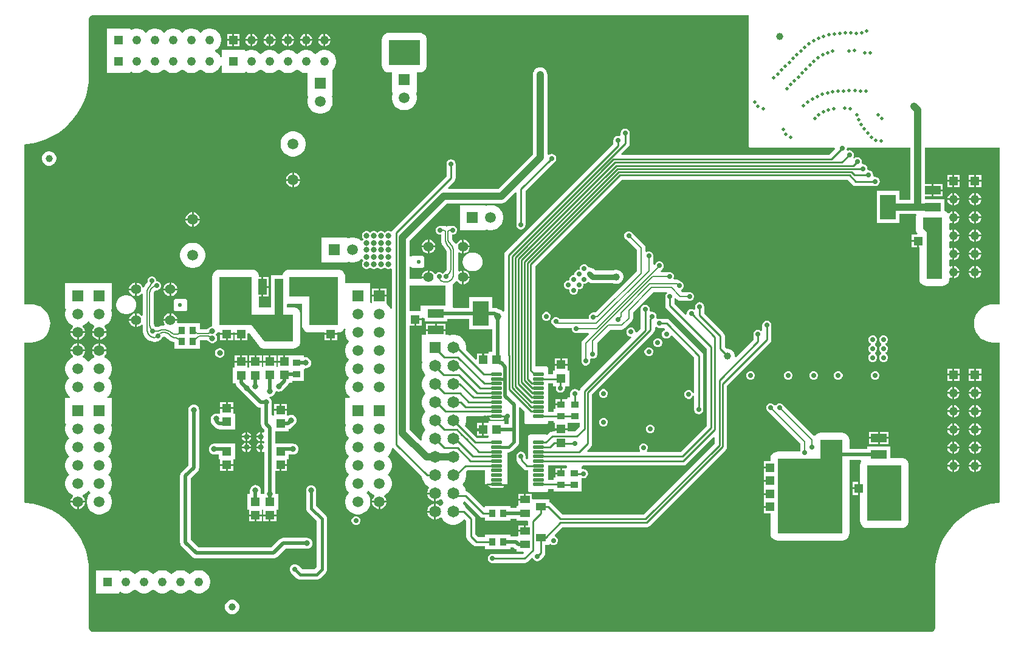
<source format=gbl>
G04*
G04 #@! TF.GenerationSoftware,Altium Limited,Altium Designer,24.5.2 (23)*
G04*
G04 Layer_Physical_Order=4*
G04 Layer_Color=16711680*
%FSLAX25Y25*%
%MOIN*%
G70*
G04*
G04 #@! TF.SameCoordinates,87A27F8E-189C-4B0C-BDB5-44B7C51DF011*
G04*
G04*
G04 #@! TF.FilePolarity,Positive*
G04*
G01*
G75*
%ADD10C,0.00787*%
%ADD16R,0.04016X0.03701*%
%ADD17R,0.03701X0.04016*%
%ADD21R,0.04724X0.05118*%
%ADD24R,0.05118X0.04724*%
%ADD26C,0.03937*%
%ADD37R,0.05906X0.05906*%
%ADD100C,0.00728*%
%ADD101C,0.01000*%
%ADD102C,0.00720*%
%ADD103C,0.01968*%
%ADD106C,0.01575*%
%ADD108C,0.03150*%
%ADD109C,0.03937*%
%ADD111C,0.05512*%
%ADD112C,0.02244*%
%ADD113C,0.05906*%
%ADD114R,0.05906X0.05906*%
%ADD115R,0.06496X0.06496*%
%ADD116C,0.06496*%
%ADD117R,0.04803X0.04803*%
%ADD118C,0.04803*%
%ADD119R,0.04803X0.04803*%
%ADD120C,0.03150*%
%ADD121C,0.02756*%
%ADD122C,0.02000*%
%ADD123R,0.08661X0.04724*%
%ADD124R,0.08661X0.13780*%
G04:AMPARAMS|DCode=125|XSize=59.06mil|YSize=17.72mil|CornerRadius=1.97mil|HoleSize=0mil|Usage=FLASHONLY|Rotation=180.000|XOffset=0mil|YOffset=0mil|HoleType=Round|Shape=RoundedRectangle|*
%AMROUNDEDRECTD125*
21,1,0.05906,0.01378,0,0,180.0*
21,1,0.05512,0.01772,0,0,180.0*
1,1,0.00394,-0.02756,0.00689*
1,1,0.00394,0.02756,0.00689*
1,1,0.00394,0.02756,-0.00689*
1,1,0.00394,-0.02756,-0.00689*
%
%ADD125ROUNDEDRECTD125*%
%ADD126R,0.05512X0.03937*%
%ADD127R,0.04724X0.08661*%
%ADD128R,0.13780X0.08661*%
%ADD129C,0.01772*%
%ADD130C,0.04724*%
G36*
X39370Y340312D02*
X399571D01*
Y268701D01*
X399649Y268311D01*
X399870Y267980D01*
X400200Y267759D01*
X400591Y267681D01*
X446637D01*
X446905Y267035D01*
X443691Y263820D01*
X329865D01*
X329597Y264467D01*
X333473Y268342D01*
X334018Y269159D01*
X334210Y270122D01*
Y275590D01*
X334018Y276554D01*
X333473Y277370D01*
X332656Y277916D01*
X331693Y278107D01*
X330730Y277916D01*
X329913Y277370D01*
X329368Y276554D01*
X329176Y275590D01*
Y274451D01*
X328476Y274027D01*
X327756Y274170D01*
X326793Y273979D01*
X325976Y273433D01*
X325925Y273382D01*
X325380Y272566D01*
X325188Y271603D01*
Y269692D01*
X272335Y216839D01*
X272112Y216505D01*
X266185Y210579D01*
X265640Y209762D01*
X265448Y208799D01*
Y178118D01*
X264748Y177828D01*
X264228Y178347D01*
X263331Y178866D01*
X262329Y179134D01*
X262008D01*
X261725Y179351D01*
X261007Y179648D01*
X260236Y179750D01*
X258661D01*
Y185630D01*
X246063D01*
Y179750D01*
X237663D01*
X237153Y180450D01*
X237239Y181102D01*
Y191929D01*
X237126Y192786D01*
X238124Y193605D01*
X238831Y194466D01*
X239618Y194504D01*
X239736Y194298D01*
X240436Y193599D01*
X241292Y193104D01*
X242242Y192850D01*
Y196604D01*
Y200359D01*
X241292Y200104D01*
X240726Y199778D01*
X240026Y200139D01*
Y209998D01*
X240028Y210000D01*
X240726Y210360D01*
X241292Y210034D01*
X242242Y209779D01*
Y213533D01*
Y217288D01*
X241292Y217034D01*
X240436Y216539D01*
X239736Y215840D01*
X239364Y215194D01*
X239153Y215113D01*
X238764Y215081D01*
X238555Y215124D01*
X237789Y216057D01*
X237743Y216126D01*
X237686Y216163D01*
X237240Y216745D01*
X236934Y217484D01*
X236839Y218210D01*
X236852Y218277D01*
Y220063D01*
X237678D01*
X238552Y220425D01*
X239221Y221094D01*
X239583Y221968D01*
Y222914D01*
X239221Y223788D01*
X238552Y224457D01*
X237678Y224819D01*
X236732D01*
X236732Y224819D01*
X235201D01*
X234915Y224762D01*
X234403Y224694D01*
X233760Y224428D01*
X233117Y224694D01*
X232605Y224762D01*
X232318Y224819D01*
X230788D01*
X230788Y224819D01*
X229842D01*
X228968Y224457D01*
X228299Y223788D01*
X227937Y222914D01*
Y221968D01*
X228299Y221094D01*
X228968Y220425D01*
X229842Y220063D01*
X230668D01*
Y217685D01*
X230684Y217604D01*
X230826Y216165D01*
X231269Y214704D01*
X231989Y213358D01*
X232906Y212240D01*
X232952Y212171D01*
X233008Y212134D01*
X233454Y211552D01*
X233760Y210814D01*
X233856Y210087D01*
X233842Y210021D01*
Y201772D01*
X233864Y201663D01*
X233697Y200824D01*
X233222Y200113D01*
X233130Y200051D01*
X232113Y199035D01*
X232113Y199035D01*
X231600Y198521D01*
X231051Y199070D01*
X230177Y199432D01*
X229232D01*
X228358Y199070D01*
X227856Y198568D01*
X227195Y198559D01*
X227020Y198616D01*
X226850Y198911D01*
X226150Y199610D01*
X225294Y200104D01*
X224344Y200359D01*
Y196604D01*
X223844D01*
Y196104D01*
X220084D01*
X219927Y195900D01*
X213617D01*
Y202284D01*
X213773Y202343D01*
X214317Y202400D01*
X214459Y202187D01*
X214790Y201967D01*
X215180Y201889D01*
X220479D01*
X220869Y201967D01*
X221200Y202187D01*
X221421Y202518D01*
X221499Y202908D01*
Y207452D01*
X221421Y207842D01*
X221200Y208173D01*
X220869Y208394D01*
X220479Y208471D01*
X215180D01*
X214790Y208394D01*
X214459Y208173D01*
X214317Y207960D01*
X213773Y208017D01*
X213617Y208076D01*
Y216859D01*
X233928Y237171D01*
X263779D01*
X264807Y237306D01*
X265765Y237703D01*
X266587Y238334D01*
X271443Y243189D01*
X272089Y242921D01*
Y225394D01*
X272281Y224430D01*
X272827Y223614D01*
X273643Y223068D01*
X274606Y222877D01*
X275570Y223068D01*
X276386Y223614D01*
X276932Y224430D01*
X277123Y225394D01*
Y244036D01*
X293118Y260031D01*
X293664Y260848D01*
X293855Y261811D01*
X293664Y262774D01*
X293118Y263591D01*
X292302Y264136D01*
X291339Y264328D01*
X290375Y264136D01*
X289792Y263747D01*
X289092Y264056D01*
Y284334D01*
Y307821D01*
X288957Y308849D01*
X288560Y309807D01*
X287929Y310629D01*
X287107Y311260D01*
X286149Y311657D01*
X285121Y311792D01*
X284093Y311657D01*
X283136Y311260D01*
X282313Y310629D01*
X281682Y309807D01*
X281286Y308849D01*
X281150Y307821D01*
Y284334D01*
Y264128D01*
X262135Y245113D01*
X234823D01*
X234555Y245759D01*
X238000Y249205D01*
X238546Y250021D01*
X238737Y250984D01*
Y258858D01*
X238546Y259821D01*
X238000Y260638D01*
X237184Y261184D01*
X236221Y261375D01*
X235257Y261184D01*
X234441Y260638D01*
X233895Y259821D01*
X233704Y258858D01*
Y252027D01*
X204520Y222843D01*
X203974Y222026D01*
X203956Y221935D01*
X203733Y221793D01*
X203185Y221646D01*
X202765Y221887D01*
X202111Y222063D01*
X201433D01*
X200778Y221887D01*
X200191Y221549D01*
X199803Y221161D01*
X199416Y221549D01*
X198828Y221887D01*
X198174Y222063D01*
X197496D01*
X196841Y221887D01*
X196254Y221549D01*
X195866Y221161D01*
X195479Y221549D01*
X194892Y221887D01*
X194237Y222063D01*
X193559D01*
X192904Y221887D01*
X192317Y221549D01*
X191929Y221161D01*
X191542Y221549D01*
X190954Y221887D01*
X190300Y222063D01*
X189622D01*
X188967Y221887D01*
X188380Y221549D01*
X187900Y221069D01*
X187561Y220482D01*
X187386Y219827D01*
Y219149D01*
X187561Y218494D01*
X187900Y217907D01*
X188288Y217520D01*
X187900Y217132D01*
X187710Y216803D01*
X186917Y216606D01*
X186557Y216966D01*
X185429Y217720D01*
X184175Y218239D01*
X182844Y218504D01*
X181487D01*
X180156Y218239D01*
X179637Y218024D01*
X179055Y218413D01*
Y218504D01*
X165276D01*
Y204724D01*
X179055D01*
Y204815D01*
X179637Y205204D01*
X180156Y204989D01*
X181487Y204724D01*
X182844D01*
X184175Y204989D01*
X185429Y205508D01*
X186557Y206262D01*
X186917Y206622D01*
X187710Y206425D01*
X187900Y206096D01*
X188288Y205709D01*
X187900Y205321D01*
X187561Y204734D01*
X187386Y204079D01*
Y203401D01*
X187561Y202746D01*
X187900Y202159D01*
X188380Y201680D01*
X188967Y201341D01*
X189622Y201165D01*
X190300D01*
X190954Y201341D01*
X191542Y201680D01*
X191929Y202067D01*
X192317Y201680D01*
X192904Y201341D01*
X193559Y201165D01*
X194237D01*
X194892Y201341D01*
X195479Y201680D01*
X195866Y202067D01*
X196254Y201680D01*
X196841Y201341D01*
X197496Y201165D01*
X198174D01*
X198828Y201341D01*
X199416Y201680D01*
X199803Y202067D01*
X200191Y201680D01*
X200778Y201341D01*
X201433Y201165D01*
X202111D01*
X202765Y201341D01*
X203082Y201524D01*
X203782Y201178D01*
Y179515D01*
X203082Y179376D01*
X202956Y179681D01*
X202202Y180809D01*
X201242Y181769D01*
X201085Y181874D01*
X200803Y182465D01*
X200803D01*
X200803Y182465D01*
Y185917D01*
X196850D01*
X192898D01*
Y182515D01*
X192808Y182394D01*
X192629Y182254D01*
X191929Y182595D01*
Y193307D01*
X178184D01*
Y196850D01*
X178048Y197878D01*
X177652Y198836D01*
X177021Y199658D01*
X176198Y200289D01*
X175240Y200686D01*
X174213Y200821D01*
X147638D01*
X146610Y200686D01*
X145652Y200289D01*
X144830Y199658D01*
X144199Y198836D01*
X143802Y197878D01*
X143771Y197638D01*
X137402D01*
Y191622D01*
X137364Y191339D01*
Y180152D01*
X133858D01*
X133858Y180152D01*
X130939Y180152D01*
Y186008D01*
X132177D01*
Y191339D01*
Y196669D01*
X131564D01*
X130939Y196850D01*
X130804Y197878D01*
X130408Y198836D01*
X129776Y199658D01*
X128954Y200289D01*
X127996Y200686D01*
X126969Y200821D01*
X109252Y200821D01*
X108224Y200686D01*
X107266Y200289D01*
X106444Y199658D01*
X105813Y198836D01*
X105416Y197878D01*
X105281Y196850D01*
Y170276D01*
X105303Y170107D01*
X104976Y169734D01*
X104321Y169558D01*
X103734Y169219D01*
X103255Y168740D01*
X103067Y168414D01*
X102913Y168312D01*
X102130Y168156D01*
X102030Y168176D01*
X98465D01*
Y171299D01*
X86336D01*
X85879Y171999D01*
X86038Y172591D01*
X82284D01*
X78529D01*
X78784Y171641D01*
X79246Y170840D01*
X79177Y170620D01*
X78902Y170170D01*
X78806Y170180D01*
X77211Y170023D01*
X75677Y169557D01*
X75667Y169552D01*
X74577Y169335D01*
X73758D01*
X73716Y169391D01*
X73343Y170289D01*
X73228Y171170D01*
X73244Y171254D01*
Y188018D01*
X73231Y188083D01*
X73337Y188615D01*
X73638Y189066D01*
X73693Y189102D01*
X73730Y189157D01*
X74181Y189458D01*
X74648Y189551D01*
X75276D01*
X76150Y189913D01*
X76819Y190582D01*
X77181Y191456D01*
Y192402D01*
X76819Y193276D01*
X76150Y193945D01*
X75276Y194307D01*
X74525D01*
Y195058D01*
X74163Y195932D01*
X73494Y196601D01*
X72620Y196963D01*
X71674D01*
X70800Y196601D01*
X70131Y195932D01*
X69769Y195058D01*
Y194430D01*
X69676Y193962D01*
X69375Y193511D01*
X69320Y193475D01*
X69319Y193473D01*
X69270Y193401D01*
X68367Y192300D01*
X67715Y191080D01*
X67352Y191043D01*
X66975Y191137D01*
X66886Y191469D01*
X66391Y192326D01*
X65692Y193025D01*
X64836Y193520D01*
X63886Y193774D01*
Y190020D01*
X63386D01*
D01*
X63886D01*
Y186265D01*
X64836Y186520D01*
X65692Y187014D01*
X66360Y187682D01*
X66502Y187673D01*
X67060Y187472D01*
Y175638D01*
X66502Y175437D01*
X66360Y175428D01*
X65692Y176096D01*
X64836Y176591D01*
X63886Y176845D01*
Y173091D01*
Y169336D01*
X64836Y169591D01*
X65692Y170085D01*
X66360Y170753D01*
X66502Y170744D01*
X67060Y170543D01*
Y168446D01*
X67024Y168265D01*
X67033D01*
X67178Y166795D01*
X67607Y165381D01*
X68304Y164078D01*
X68815Y163455D01*
X69234Y162929D01*
X69234Y162929D01*
X69234Y162929D01*
X69234Y162929D01*
X69323Y162870D01*
X69766Y162513D01*
X70171Y162181D01*
X71226Y161617D01*
X72372Y161270D01*
X73563Y161152D01*
X74035Y161199D01*
X74210Y161216D01*
X74272Y161204D01*
X74719Y161266D01*
X75120Y161373D01*
X75120Y161373D01*
X75182Y161385D01*
X75372Y161512D01*
X75912Y161736D01*
X76513Y162197D01*
X76727Y162286D01*
X77063Y162619D01*
X77396Y162955D01*
X77686Y163654D01*
X78027Y163882D01*
X78806Y164037D01*
X79586Y163882D01*
X80096Y163541D01*
X80104Y163529D01*
X80806Y162827D01*
X80806Y162827D01*
X80807Y162827D01*
X80807Y162827D01*
X80955Y162727D01*
X81537Y162250D01*
X81702Y162114D01*
X82124Y161889D01*
X82145Y161878D01*
X82706Y161558D01*
X82862Y161527D01*
X83187Y161428D01*
X83892Y161214D01*
X84606Y161144D01*
Y157441D01*
X98465D01*
Y161873D01*
X98583Y161992D01*
X102030D01*
X102130Y162012D01*
X102913Y161856D01*
X103067Y161754D01*
X103255Y161428D01*
X103734Y160949D01*
X104321Y160610D01*
X104976Y160434D01*
X105654D01*
X106309Y160610D01*
X106896Y160949D01*
X107375Y161428D01*
X107714Y162015D01*
X107890Y162670D01*
Y163348D01*
X107714Y164003D01*
X107375Y164590D01*
X107345Y164621D01*
X106910Y165084D01*
X107345Y165547D01*
X107375Y165578D01*
X107714Y166165D01*
X107721Y166192D01*
X108224Y166440D01*
X109252Y166305D01*
X109630D01*
Y166051D01*
X113189D01*
X116748D01*
Y166305D01*
X117504D01*
Y166051D01*
X121063D01*
Y165551D01*
X121563D01*
Y162189D01*
X124622D01*
Y165684D01*
X125322Y165924D01*
X130724Y158979D01*
X130900Y158806D01*
X131050Y158609D01*
X131267Y158443D01*
X131462Y158251D01*
X131676Y158129D01*
X131873Y157978D01*
X132125Y157874D01*
X132363Y157739D01*
X132602Y157676D01*
X132831Y157582D01*
X133101Y157546D01*
X133366Y157477D01*
X133613Y157479D01*
X133858Y157446D01*
X149606D01*
X150634Y157582D01*
X151592Y157978D01*
X152414Y158609D01*
X153045Y159432D01*
X153442Y160390D01*
X153577Y161417D01*
Y176181D01*
X153442Y177209D01*
X153045Y178167D01*
X152414Y178989D01*
X151592Y179620D01*
X150634Y180017D01*
X149606Y180152D01*
X146100D01*
Y181735D01*
X146800Y182163D01*
X147638Y182053D01*
X154494D01*
Y170276D01*
X154629Y169248D01*
X155026Y168290D01*
X155657Y167468D01*
X156479Y166837D01*
X157437Y166440D01*
X158465Y166305D01*
X166717D01*
Y166051D01*
X170276D01*
X173835D01*
Y166305D01*
X174213D01*
X175240Y166440D01*
X176198Y166837D01*
X177021Y167468D01*
X177652Y168290D01*
X177694Y168392D01*
X178367Y168187D01*
X178150Y167096D01*
Y165739D01*
X178414Y164408D01*
X178934Y163154D01*
X179688Y162025D01*
X180296Y161417D01*
X179688Y160809D01*
X178934Y159681D01*
X178414Y158427D01*
X178150Y157096D01*
Y155739D01*
X178414Y154408D01*
X178934Y153154D01*
X179688Y152025D01*
X180296Y151417D01*
X179688Y150809D01*
X178934Y149681D01*
X178414Y148427D01*
X178150Y147096D01*
Y145739D01*
X178414Y144408D01*
X178934Y143154D01*
X179688Y142025D01*
X180296Y141417D01*
X179688Y140809D01*
X178934Y139681D01*
X178414Y138427D01*
X178150Y137096D01*
Y135739D01*
X178414Y134408D01*
X178934Y133154D01*
X179688Y132025D01*
X180647Y131066D01*
X180768Y130985D01*
X180565Y130315D01*
X178150D01*
Y116535D01*
X178240D01*
X178629Y115953D01*
X178414Y115435D01*
X178150Y114104D01*
Y112747D01*
X178414Y111416D01*
X178934Y110162D01*
X179688Y109033D01*
X180296Y108425D01*
X179688Y107817D01*
X178934Y106689D01*
X178414Y105435D01*
X178150Y104104D01*
Y102747D01*
X178414Y101416D01*
X178934Y100162D01*
X179688Y99033D01*
X180296Y98425D01*
X179688Y97817D01*
X178934Y96689D01*
X178414Y95435D01*
X178150Y94104D01*
Y92747D01*
X178414Y91416D01*
X178934Y90162D01*
X179688Y89033D01*
X180296Y88425D01*
X179688Y87817D01*
X178934Y86689D01*
X178414Y85435D01*
X178150Y84104D01*
Y82747D01*
X178414Y81415D01*
X178934Y80162D01*
X179688Y79033D01*
X180296Y78425D01*
X179688Y77817D01*
X178934Y76689D01*
X178414Y75435D01*
X178150Y74104D01*
Y72747D01*
X178414Y71416D01*
X178934Y70162D01*
X179688Y69033D01*
X180647Y68074D01*
X181776Y67320D01*
X183030Y66800D01*
X184361Y66535D01*
X185718D01*
X187049Y66800D01*
X188303Y67320D01*
X189431Y68074D01*
X190391Y69033D01*
X191145Y70162D01*
X191664Y71416D01*
X191929Y72747D01*
Y74104D01*
X191664Y75435D01*
X191145Y76689D01*
X190391Y77817D01*
X189783Y78425D01*
X190391Y79033D01*
X190595Y79338D01*
X191295D01*
X191499Y79033D01*
X192458Y78074D01*
X193587Y77320D01*
X194043Y77131D01*
X194160Y76325D01*
X193687Y75852D01*
X193167Y74951D01*
X192898Y73946D01*
Y73925D01*
X196850D01*
X200803D01*
Y73946D01*
X200534Y74951D01*
X200013Y75852D01*
X199541Y76325D01*
X199658Y77131D01*
X200114Y77320D01*
X201242Y78074D01*
X202202Y79033D01*
X202956Y80162D01*
X203475Y81415D01*
X203740Y82747D01*
Y84104D01*
X203475Y85435D01*
X202956Y86689D01*
X202202Y87817D01*
X201594Y88425D01*
X202202Y89033D01*
X202956Y90162D01*
X203475Y91416D01*
X203740Y92747D01*
Y94104D01*
X203475Y95435D01*
X202956Y96689D01*
X202202Y97817D01*
X201594Y98425D01*
X202202Y99033D01*
X202956Y100162D01*
X203475Y101416D01*
X203740Y102747D01*
Y102890D01*
X204440Y103102D01*
X204520Y102984D01*
X220177Y87326D01*
Y87284D01*
X220453Y85896D01*
X220995Y84589D01*
X221781Y83412D01*
X222782Y82411D01*
X223959Y81625D01*
X224104Y81565D01*
X224241Y80878D01*
X223963Y80601D01*
X223404Y79632D01*
X223114Y78551D01*
Y78492D01*
X227362D01*
Y77992D01*
X227862D01*
Y73744D01*
X227922D01*
X229002Y74034D01*
X229971Y74593D01*
X230248Y74871D01*
X230935Y74734D01*
X230995Y74589D01*
X231781Y73412D01*
X232201Y72992D01*
X231781Y72572D01*
X230995Y71395D01*
X230935Y71250D01*
X230248Y71114D01*
X229971Y71391D01*
X229002Y71951D01*
X227922Y72240D01*
X227862D01*
Y67992D01*
Y63744D01*
X227922D01*
X229002Y64034D01*
X229971Y64593D01*
X230248Y64871D01*
X230935Y64734D01*
X230995Y64589D01*
X231781Y63412D01*
X232782Y62411D01*
X233959Y61625D01*
X235266Y61083D01*
X236654Y60807D01*
X238070D01*
X239458Y61083D01*
X240766Y61625D01*
X241942Y62411D01*
X242943Y63412D01*
X243081Y63618D01*
X243778Y63687D01*
X244530Y62934D01*
Y54397D01*
X244722Y53433D01*
X245268Y52617D01*
X248220Y49664D01*
X249037Y49119D01*
X250000Y48927D01*
X254882D01*
Y47467D01*
X268740D01*
Y48441D01*
X270420D01*
X270921Y47940D01*
X270921Y47940D01*
X271538Y47466D01*
X272047Y47256D01*
Y46109D01*
X275836D01*
X276104Y45462D01*
X275482Y44840D01*
X258858D01*
X257895Y44648D01*
X257079Y44102D01*
X256533Y43286D01*
X256341Y42323D01*
X256533Y41360D01*
X257079Y40543D01*
X257895Y39998D01*
X258858Y39806D01*
X276524D01*
X277487Y39998D01*
X278304Y40543D01*
X280443Y42682D01*
X281113Y42479D01*
X281139Y42344D01*
X281685Y41527D01*
X282501Y40982D01*
X283465Y40790D01*
X284428Y40982D01*
X285244Y41527D01*
X287213Y43496D01*
X287758Y44312D01*
X287950Y45276D01*
Y49849D01*
X290158D01*
Y49978D01*
X290858Y50268D01*
X290976Y50149D01*
X291850Y49787D01*
X292796D01*
X293670Y50149D01*
X294339Y50818D01*
X294701Y51692D01*
Y52638D01*
X294339Y53512D01*
X293670Y54181D01*
X293184Y54383D01*
X293001Y55190D01*
X297302Y59491D01*
X343408D01*
X344371Y59683D01*
X345188Y60228D01*
X386819Y101859D01*
X387365Y102676D01*
X387556Y103639D01*
Y136950D01*
X411229Y160622D01*
X411774Y161438D01*
X411966Y162402D01*
X411966Y162402D01*
Y170276D01*
X411774Y171239D01*
X411229Y172055D01*
X410412Y172601D01*
X409449Y172792D01*
X408486Y172601D01*
X407669Y172055D01*
X407124Y171239D01*
X406932Y170276D01*
Y167459D01*
X406570Y167271D01*
X406232Y167184D01*
X405491Y167680D01*
X404528Y167871D01*
X403564Y167680D01*
X402748Y167134D01*
X402202Y166317D01*
X402011Y165354D01*
Y162460D01*
X392407Y152856D01*
X392095Y152934D01*
X391732Y153171D01*
Y154062D01*
X391464Y155063D01*
X390946Y155961D01*
X390213Y156694D01*
X389315Y157212D01*
X388314Y157480D01*
X387418D01*
X386375Y158523D01*
Y164370D01*
X386184Y165333D01*
X385638Y166150D01*
X375109Y176679D01*
Y180412D01*
X374917Y181375D01*
X374371Y182191D01*
X373555Y182737D01*
X372592Y182929D01*
X371628Y182737D01*
X370812Y182191D01*
X370266Y181375D01*
X370075Y180412D01*
Y179146D01*
X369375Y178772D01*
X368989Y179029D01*
X368026Y179221D01*
X367063Y179029D01*
X366247Y178483D01*
X365701Y177667D01*
X365510Y176704D01*
X365575Y176376D01*
X364930Y176031D01*
X358816Y182145D01*
Y184943D01*
X359463Y185211D01*
X360300Y184374D01*
X360300Y184374D01*
X361070Y183859D01*
X361979Y183678D01*
X366673D01*
X366682Y183675D01*
X367628D01*
X368502Y184037D01*
X369171Y184706D01*
X369533Y185580D01*
Y186526D01*
X369171Y187400D01*
X368502Y188068D01*
X367628Y188431D01*
X366682D01*
X366673Y188427D01*
X362962D01*
X362378Y189011D01*
X362543Y189837D01*
X362790Y189939D01*
X363459Y190608D01*
X363821Y191482D01*
Y192428D01*
X363459Y193302D01*
X362790Y193971D01*
X361960Y194315D01*
X361683Y194592D01*
X360912Y195107D01*
X360004Y195288D01*
X358601D01*
X358258Y195988D01*
X358528Y196642D01*
Y197588D01*
X358167Y198462D01*
X357498Y199131D01*
X356624Y199493D01*
X355678D01*
X355669Y199489D01*
X351399D01*
X351132Y200136D01*
X352150Y201154D01*
X352150Y201154D01*
X352471Y201635D01*
X352487Y201651D01*
X352495Y201671D01*
X352664Y201924D01*
X352724Y202223D01*
X352849Y202525D01*
Y203471D01*
X352487Y204345D01*
X351818Y205014D01*
X350944Y205376D01*
X349998D01*
X349124Y205014D01*
X348455Y204345D01*
X348335Y204055D01*
X347774Y203494D01*
X347127Y203762D01*
Y207769D01*
X347131Y207778D01*
Y208723D01*
X346769Y209597D01*
X346100Y210266D01*
X345226Y210628D01*
X344280D01*
X343625Y210357D01*
X342926Y210701D01*
Y212598D01*
X342745Y213507D01*
X342230Y214277D01*
X335681Y220826D01*
X335677Y220835D01*
X335008Y221504D01*
X334134Y221866D01*
X333188D01*
X332314Y221504D01*
X331645Y220835D01*
X331283Y219961D01*
Y219015D01*
X331645Y218141D01*
X332314Y217472D01*
X332323Y217469D01*
X338177Y211615D01*
Y199836D01*
X315648Y177307D01*
X314303D01*
X314303Y177307D01*
X313394Y177126D01*
X313111Y176937D01*
X312826Y176819D01*
X312157Y176150D01*
X311795Y175276D01*
Y174330D01*
X311842Y174216D01*
X311454Y173634D01*
X295713D01*
X295703Y173658D01*
X295034Y174327D01*
X294160Y174689D01*
X293214D01*
X292340Y174327D01*
X291671Y173658D01*
X291309Y172784D01*
Y172316D01*
X291298Y172258D01*
X291309Y172200D01*
Y171838D01*
X291448Y171503D01*
X291478Y171350D01*
X291565Y171220D01*
X291671Y170964D01*
X291867Y170768D01*
X291993Y170579D01*
X292991Y169581D01*
X292991Y169581D01*
X293761Y169066D01*
X294670Y168886D01*
X294670Y168886D01*
X302346D01*
Y168031D01*
X302709Y167157D01*
X303377Y166488D01*
X304251Y166126D01*
X305197D01*
X305206Y166130D01*
X311505D01*
X311773Y165483D01*
X308361Y162071D01*
X307846Y161300D01*
X307665Y160392D01*
Y151072D01*
X307661Y151064D01*
Y150118D01*
X308024Y149244D01*
X308692Y148575D01*
X309566Y148213D01*
X310512D01*
X311386Y148575D01*
X312055Y149244D01*
X312417Y150118D01*
Y151064D01*
X312414Y151072D01*
Y151843D01*
X313114Y152311D01*
X313503Y152150D01*
X314449D01*
X315323Y152512D01*
X315992Y153181D01*
X316354Y154055D01*
Y155001D01*
X316351Y155009D01*
Y160631D01*
X323621Y167901D01*
X329724D01*
X330633Y168082D01*
X331403Y168597D01*
X335340Y172534D01*
X335855Y173304D01*
X336036Y174213D01*
Y177560D01*
X347046Y188571D01*
X354452D01*
X354664Y187871D01*
X354520Y187774D01*
X353974Y186957D01*
X353782Y185994D01*
Y181102D01*
X353974Y180139D01*
X354520Y179323D01*
X376420Y157422D01*
Y115216D01*
X362048Y100844D01*
X343864D01*
X343575Y101544D01*
X343784Y101753D01*
X344146Y102627D01*
Y103573D01*
X343784Y104447D01*
X343115Y105116D01*
X342241Y105478D01*
X341295D01*
X340421Y105116D01*
X339752Y104447D01*
X339390Y103573D01*
Y102627D01*
X339752Y101753D01*
X339961Y101544D01*
X339671Y100844D01*
X311054D01*
X310786Y101490D01*
X312803Y103507D01*
X313349Y104324D01*
X313541Y105287D01*
Y132379D01*
X347252Y166091D01*
X347798Y166907D01*
X347989Y167870D01*
Y169155D01*
X348352Y169343D01*
X348689Y169430D01*
X349430Y168935D01*
X350394Y168743D01*
X353117D01*
X353568Y168218D01*
X353412Y167548D01*
X352984Y167370D01*
X352315Y166701D01*
X351953Y165827D01*
Y164881D01*
X352315Y164007D01*
X352984Y163338D01*
X353858Y162976D01*
X354804D01*
X355678Y163338D01*
X356347Y164007D01*
X356548Y164493D01*
X357355Y164676D01*
X369530Y152501D01*
Y133096D01*
X368830Y132957D01*
X368551Y133631D01*
X367882Y134299D01*
X367008Y134661D01*
X366062D01*
X365188Y134299D01*
X364520Y133631D01*
X364158Y132756D01*
Y131810D01*
X364520Y130937D01*
X365188Y130268D01*
X366062Y129905D01*
X367008D01*
X367882Y130268D01*
X368551Y130937D01*
X368830Y131610D01*
X369530Y131471D01*
Y124016D01*
X369722Y123053D01*
X370268Y122236D01*
X371084Y121690D01*
X372047Y121499D01*
X373010Y121690D01*
X373827Y122236D01*
X374373Y123053D01*
X374564Y124016D01*
Y124491D01*
Y153543D01*
X374373Y154507D01*
X373827Y155323D01*
X356110Y173039D01*
X355294Y173585D01*
X354331Y173777D01*
X350394D01*
X349430Y173585D01*
X348836Y174030D01*
X348973Y174722D01*
Y175197D01*
X348782Y176160D01*
X348236Y176977D01*
X347420Y177522D01*
X346457Y177714D01*
X345923Y177608D01*
X345223Y178119D01*
Y178948D01*
X345031Y179911D01*
X344485Y180728D01*
X343669Y181273D01*
X342706Y181465D01*
X341743Y181273D01*
X340926Y180728D01*
X340381Y179911D01*
X340189Y178948D01*
Y168551D01*
X338014Y166376D01*
X337314Y166666D01*
Y167058D01*
X336952Y167932D01*
X336283Y168601D01*
X335409Y168963D01*
X334463D01*
X333589Y168601D01*
X332920Y167932D01*
X332558Y167058D01*
Y166112D01*
X332920Y165238D01*
X333589Y164569D01*
X334463Y164207D01*
X334855D01*
X335144Y163507D01*
X307543Y135906D01*
X306998Y135089D01*
X306875Y134474D01*
X306132Y134327D01*
X305913Y134654D01*
X305097Y135199D01*
X304134Y135391D01*
X303171Y135199D01*
X302354Y134654D01*
X301809Y133837D01*
X301617Y132874D01*
Y130606D01*
X300061D01*
Y130141D01*
X299586Y129638D01*
X297078D01*
Y126787D01*
X296578D01*
Y126287D01*
X293570D01*
Y124386D01*
X292601D01*
Y122891D01*
X289405D01*
Y138330D01*
X292050D01*
Y136793D01*
X293743D01*
Y135827D01*
X293935Y134864D01*
X294480Y134047D01*
X295297Y133502D01*
X296260Y133310D01*
X297223Y133502D01*
X298040Y134047D01*
X298585Y134864D01*
X298777Y135827D01*
Y136793D01*
X301105D01*
Y145455D01*
X300137D01*
Y148104D01*
X293019D01*
Y145455D01*
X292050D01*
Y143363D01*
X289405D01*
Y146653D01*
X289328Y147044D01*
X289107Y147374D01*
X288776Y147596D01*
X288386Y147673D01*
X282466D01*
Y202682D01*
X329897Y250113D01*
X453682D01*
X456365Y247430D01*
X457181Y246884D01*
X458145Y246693D01*
X468955D01*
X469918Y246884D01*
X470735Y247430D01*
X471280Y248247D01*
X471472Y249210D01*
X471280Y250173D01*
X470735Y250990D01*
X469918Y251535D01*
X468955Y251727D01*
X468233D01*
X467681Y252427D01*
X467770Y252876D01*
X467579Y253839D01*
X467033Y254655D01*
X466217Y255201D01*
X465254Y255393D01*
X464977D01*
X464533Y255934D01*
X464585Y256199D01*
X464394Y257162D01*
X463848Y257979D01*
X463032Y258524D01*
X462069Y258716D01*
X461862D01*
X461391Y259416D01*
X461515Y260037D01*
X461323Y261000D01*
X460777Y261817D01*
X459961Y262362D01*
X458998Y262554D01*
X458034Y262362D01*
X457218Y261817D01*
X456691Y262280D01*
X457050Y262816D01*
X457241Y263779D01*
X457050Y264743D01*
X456504Y265559D01*
X455688Y266105D01*
X454724Y266296D01*
X453784Y266109D01*
X453475Y266305D01*
X453219Y266585D01*
X453390Y267443D01*
X453585Y267681D01*
X488155D01*
Y239207D01*
X482283D01*
Y244094D01*
X469685D01*
Y226378D01*
X482283D01*
Y231265D01*
X490989D01*
X491378Y230683D01*
X491243Y230359D01*
X491108Y229331D01*
Y223425D01*
X491243Y222397D01*
X491640Y221440D01*
X492135Y220795D01*
X491883Y220094D01*
X488961D01*
Y217035D01*
X492323D01*
Y216535D01*
X492823D01*
Y212976D01*
X493076D01*
Y195866D01*
X493212Y194838D01*
X493608Y193881D01*
X494239Y193058D01*
X495062Y192427D01*
X496020Y192031D01*
X497047Y191895D01*
X505556D01*
X506584Y192031D01*
X507541Y192427D01*
X508364Y193058D01*
X508995Y193881D01*
X509391Y194838D01*
X509527Y195866D01*
Y195992D01*
X510227Y196396D01*
X510498Y196240D01*
X511311Y196022D01*
Y199409D01*
Y202797D01*
X510498Y202579D01*
X510227Y202423D01*
X509527Y202827D01*
Y205992D01*
X510227Y206396D01*
X510498Y206240D01*
X511311Y206022D01*
Y209409D01*
Y212797D01*
X510498Y212579D01*
X510227Y212423D01*
X509527Y212827D01*
Y215992D01*
X510227Y216396D01*
X510498Y216240D01*
X511311Y216022D01*
Y219409D01*
Y222797D01*
X510498Y222579D01*
X510227Y222423D01*
X509527Y222827D01*
Y225992D01*
X510227Y226396D01*
X510498Y226240D01*
X511311Y226022D01*
Y229410D01*
Y232797D01*
X510498Y232579D01*
X509722Y232131D01*
X509456Y231865D01*
X508553Y231893D01*
X508364Y232139D01*
X507541Y232770D01*
X506693Y233121D01*
Y239567D01*
X496097D01*
Y240929D01*
X499894D01*
Y244291D01*
Y247654D01*
X496097D01*
Y267681D01*
X537162D01*
Y181735D01*
X533465D01*
X533465Y181735D01*
Y181735D01*
X533380Y181719D01*
X531827Y181596D01*
X530231Y181213D01*
X528713Y180585D01*
X527313Y179727D01*
X526064Y178660D01*
X524998Y177411D01*
X524140Y176011D01*
X523511Y174494D01*
X523128Y172897D01*
X522999Y171260D01*
X523128Y169623D01*
X523511Y168026D01*
X524140Y166509D01*
X524998Y165109D01*
X526064Y163860D01*
X527313Y162793D01*
X528713Y161935D01*
X530231Y161307D01*
X531827Y160923D01*
X533380Y160801D01*
X533465Y160784D01*
X537162D01*
Y72948D01*
X536130Y72897D01*
X532429Y72348D01*
X528798Y71439D01*
X525275Y70178D01*
X521892Y68578D01*
X518682Y66654D01*
X515676Y64425D01*
X512903Y61912D01*
X510390Y59139D01*
X508161Y56133D01*
X506237Y52923D01*
X504637Y49540D01*
X503376Y46016D01*
X502467Y42386D01*
X501918Y38685D01*
X501734Y34947D01*
X501755Y34530D01*
X501741Y34461D01*
Y3996D01*
X501729Y3937D01*
X501729D01*
X501625Y3280D01*
X501622Y3265D01*
X501241Y2696D01*
X500672Y2315D01*
X500066Y2195D01*
X500000Y2208D01*
X39370D01*
X39304Y2195D01*
X38698Y2315D01*
X38129Y2696D01*
X37748Y3265D01*
X37745Y3280D01*
X37641Y3937D01*
X37641D01*
X37629Y3996D01*
Y34461D01*
X37615Y34530D01*
X37636Y34947D01*
X37452Y38685D01*
X36903Y42386D01*
X35994Y46016D01*
X34733Y49540D01*
X33133Y52923D01*
X31209Y56133D01*
X28980Y59139D01*
X26467Y61912D01*
X23694Y64425D01*
X20688Y66654D01*
X17478Y68578D01*
X14095Y70178D01*
X10572Y71439D01*
X6942Y72348D01*
X3240Y72897D01*
X2208Y72948D01*
Y160784D01*
X5906D01*
X5906Y160784D01*
Y160784D01*
X5990Y160801D01*
X7543Y160923D01*
X9139Y161307D01*
X10657Y161935D01*
X12057Y162793D01*
X13306Y163860D01*
X14372Y165109D01*
X15230Y166509D01*
X15859Y168026D01*
X16242Y169623D01*
X16371Y171260D01*
X16242Y172897D01*
X15859Y174494D01*
X15230Y176011D01*
X14372Y177411D01*
X13306Y178660D01*
X12057Y179727D01*
X10657Y180585D01*
X9139Y181213D01*
X7543Y181596D01*
X5990Y181719D01*
X5906Y181735D01*
X2196D01*
Y269571D01*
X3240Y269623D01*
X6942Y270172D01*
X10572Y271081D01*
X14095Y272342D01*
X17478Y273942D01*
X20688Y275866D01*
X23694Y278095D01*
X26467Y280608D01*
X28980Y283381D01*
X31209Y286387D01*
X33133Y289597D01*
X34733Y292980D01*
X35994Y296503D01*
X36903Y300133D01*
X37452Y303835D01*
X37636Y307573D01*
X37615Y307990D01*
X37629Y308059D01*
Y338523D01*
X37641Y338583D01*
X37641D01*
X37745Y339239D01*
X37748Y339254D01*
X38129Y339824D01*
X38698Y340205D01*
X39304Y340325D01*
X39370Y340312D01*
D02*
G37*
G36*
X505556Y195866D02*
X497047D01*
Y221457D01*
X495079Y223425D01*
Y229331D01*
X505556D01*
Y195866D01*
D02*
G37*
G36*
X233268Y181102D02*
X219488D01*
Y178150D01*
X213583D01*
Y181102D01*
Y191929D01*
X233268D01*
Y181102D01*
D02*
G37*
G36*
X174213Y186024D02*
Y170276D01*
X158465D01*
Y186024D01*
X147638D01*
Y196850D01*
X174213D01*
Y186024D01*
D02*
G37*
G36*
X126969Y176181D02*
X133858Y176181D01*
Y176181D01*
X149606D01*
Y161417D01*
X133858D01*
X126969Y170276D01*
X109252D01*
Y196850D01*
X126969Y196850D01*
Y176181D01*
D02*
G37*
G36*
X221654Y174028D02*
Y172441D01*
X234252D01*
Y173793D01*
X246063D01*
Y167913D01*
X258661D01*
X258833Y167284D01*
Y155804D01*
X256949D01*
Y154836D01*
X254299D01*
Y151277D01*
X253299D01*
Y154836D01*
X250437D01*
Y151661D01*
X249790Y151393D01*
X244440Y156744D01*
X244547Y157284D01*
Y158700D01*
X244271Y160088D01*
X243729Y161396D01*
X242943Y162572D01*
X241942Y163573D01*
X240766Y164359D01*
X239458Y164901D01*
X238070Y165177D01*
X236654D01*
X235266Y164901D01*
X235078Y164823D01*
X234547Y165177D01*
Y165177D01*
X233283D01*
Y167217D01*
X227953D01*
Y167717D01*
D01*
Y167217D01*
X222622D01*
Y165177D01*
X220177D01*
Y150807D01*
X220177D01*
X220532Y150277D01*
X220453Y150088D01*
X220177Y148700D01*
Y147284D01*
X220453Y145896D01*
X220995Y144589D01*
X221781Y143412D01*
X222201Y142992D01*
X221781Y142572D01*
X220995Y141395D01*
X220453Y140088D01*
X220177Y138700D01*
Y137285D01*
X220453Y135896D01*
X220995Y134589D01*
X221781Y133412D01*
X222201Y132992D01*
X221781Y132572D01*
X220995Y131395D01*
X220453Y130088D01*
X220177Y128700D01*
Y127285D01*
X220453Y125896D01*
X220995Y124589D01*
X221781Y123412D01*
X222201Y122992D01*
X221781Y122572D01*
X220995Y121396D01*
X220453Y120088D01*
X220177Y118700D01*
Y117285D01*
X220453Y115896D01*
X220995Y114589D01*
X221781Y113412D01*
X222201Y112992D01*
X221781Y112572D01*
X220995Y111396D01*
X220453Y110088D01*
X220177Y108700D01*
Y107295D01*
X220051Y107173D01*
X219568Y106914D01*
X213617Y112865D01*
Y170063D01*
X216036D01*
Y173425D01*
X216536D01*
Y173925D01*
X220094D01*
Y174258D01*
X220516Y174314D01*
X220953Y174495D01*
X221654Y174028D01*
D02*
G37*
G36*
X267692Y120554D02*
Y116167D01*
X265610D01*
Y117717D01*
X256949D01*
Y116748D01*
X254299D01*
Y113189D01*
Y109630D01*
X256949D01*
Y108661D01*
X256307Y108521D01*
X250393D01*
X243904Y115010D01*
X244271Y115896D01*
X244547Y117285D01*
Y118700D01*
X244349Y119695D01*
X244844Y120395D01*
X253227D01*
X253334Y120416D01*
X255516D01*
X255906Y120339D01*
X257244D01*
Y119685D01*
X257337Y119218D01*
X257602Y118822D01*
X257998Y118558D01*
X258465Y118465D01*
X263976D01*
X264443Y118558D01*
X264839Y118822D01*
X265104Y119218D01*
X265197Y119685D01*
Y120339D01*
X266184D01*
X266574Y120416D01*
X266905Y120637D01*
X266992Y120767D01*
X267692Y120554D01*
D02*
G37*
G36*
X276539Y123015D02*
Y117126D01*
X276617Y116736D01*
X276838Y116405D01*
X277169Y116184D01*
X277559Y116106D01*
X288386D01*
X288776Y116184D01*
X289107Y116405D01*
X289328Y116736D01*
X289405Y117126D01*
Y117857D01*
X292601D01*
Y116748D01*
X293019Y116677D01*
Y113815D01*
X300137D01*
Y116677D01*
X300807Y116748D01*
X306806D01*
Y114499D01*
X304270Y111963D01*
X300137D01*
Y112815D01*
X293019D01*
Y111963D01*
X291730D01*
X290767Y111772D01*
X289950Y111226D01*
X288861Y110137D01*
X288776Y110194D01*
X288386Y110272D01*
X279528D01*
X279137Y110194D01*
X278807Y109973D01*
X278586Y109642D01*
X278508Y109252D01*
Y97029D01*
X277861Y96761D01*
X277174Y97448D01*
Y98374D01*
X276982Y99338D01*
X276437Y100154D01*
X276386Y100205D01*
X275570Y100751D01*
X274606Y100942D01*
X273643Y100751D01*
X272827Y100205D01*
X272281Y99388D01*
X272089Y98425D01*
X272140Y98170D01*
Y96406D01*
X272332Y95443D01*
X272877Y94626D01*
X276075Y91429D01*
X276891Y90883D01*
X277854Y90692D01*
X278508D01*
Y79724D01*
X278586Y79334D01*
X278807Y79003D01*
X279137Y78782D01*
X279528Y78705D01*
X288386D01*
X288776Y78782D01*
X289107Y79003D01*
X289328Y79334D01*
X289405Y79724D01*
Y80456D01*
X292601D01*
Y78979D01*
X307805D01*
Y85199D01*
Y86362D01*
X308846D01*
X309809Y86554D01*
X310626Y87099D01*
X311171Y87916D01*
X311363Y88879D01*
X311171Y89842D01*
X310626Y90659D01*
X309809Y91204D01*
X308846Y91396D01*
X307805D01*
Y92837D01*
X308333Y93251D01*
X363484D01*
X364447Y93442D01*
X365264Y93988D01*
X380175Y108899D01*
X380822Y108631D01*
Y105386D01*
X341929Y66493D01*
X297302D01*
X291150Y72646D01*
X290333Y73191D01*
X290158Y73226D01*
Y74803D01*
X281228D01*
X280709Y74803D01*
X280527Y75428D01*
Y77575D01*
X277272D01*
Y74606D01*
X276772D01*
Y74106D01*
X273016D01*
Y71763D01*
X273016Y71638D01*
X272713Y71063D01*
X272047D01*
Y70125D01*
X268740D01*
Y71143D01*
X254882D01*
Y70534D01*
X254182Y70244D01*
X245874Y78551D01*
X245058Y79097D01*
X244444Y79219D01*
X244271Y80088D01*
X243729Y81396D01*
X242943Y82572D01*
X242523Y82992D01*
X242943Y83412D01*
X243729Y84589D01*
X244271Y85896D01*
X244547Y87284D01*
Y88700D01*
X244331Y89785D01*
X245238Y90692D01*
X254886D01*
Y82973D01*
X254963Y82582D01*
X255185Y82252D01*
X255515Y82030D01*
X255906Y81953D01*
X257310D01*
X257337Y81817D01*
X257602Y81421D01*
X257998Y81156D01*
X258465Y81063D01*
X263976D01*
X264443Y81156D01*
X264839Y81421D01*
X265104Y81817D01*
X265131Y81953D01*
X266184D01*
X266574Y82030D01*
X266905Y82252D01*
X267126Y82582D01*
X267204Y82973D01*
Y100348D01*
X267815Y100566D01*
X268560Y100664D01*
X269254Y100952D01*
X269851Y101409D01*
X272172Y103731D01*
X272776Y104194D01*
X273249Y104811D01*
X273547Y105529D01*
X273648Y106300D01*
Y124992D01*
X274295Y125260D01*
X276539Y123015D01*
D02*
G37*
G36*
X299852Y92837D02*
Y92458D01*
X299586Y91868D01*
X297078D01*
Y89018D01*
X296578D01*
Y88518D01*
X293570D01*
Y86616D01*
X292601D01*
Y85489D01*
X289405D01*
Y93251D01*
X299324D01*
X299852Y92837D01*
D02*
G37*
G36*
X251920Y65387D02*
X252736Y64842D01*
X253699Y64650D01*
X254882D01*
Y63191D01*
X268740D01*
Y64168D01*
X272047D01*
Y63189D01*
X278140D01*
X278585Y62648D01*
X278572Y62585D01*
Y60495D01*
X277272D01*
Y57526D01*
X276772D01*
Y57026D01*
X273016D01*
Y54809D01*
X272425Y54297D01*
X272424Y54296D01*
X271654Y54398D01*
X268740D01*
Y55420D01*
X254882D01*
Y53961D01*
X251043D01*
X249564Y55439D01*
Y63976D01*
X249373Y64939D01*
X248827Y65756D01*
X244811Y69772D01*
X244246Y70150D01*
X243729Y71395D01*
X242943Y72572D01*
X242776Y72740D01*
X243027Y73478D01*
X243091Y73531D01*
X243714Y73592D01*
X251920Y65387D01*
D02*
G37*
%LPC*%
G36*
X104365Y333110D02*
X103116D01*
X101891Y332867D01*
X100738Y332389D01*
X99699Y331695D01*
X99222Y331217D01*
X98740Y330868D01*
X98259Y331217D01*
X97781Y331695D01*
X96743Y332389D01*
X95589Y332867D01*
X94365Y333110D01*
X93116D01*
X91891Y332867D01*
X90738Y332389D01*
X89700Y331695D01*
X89222Y331217D01*
X88740Y330868D01*
X88259Y331217D01*
X87781Y331695D01*
X86743Y332389D01*
X85589Y332867D01*
X84364Y333110D01*
X83116D01*
X81891Y332867D01*
X80738Y332389D01*
X79699Y331695D01*
X79222Y331217D01*
X78740Y330868D01*
X78259Y331217D01*
X77781Y331695D01*
X76743Y332389D01*
X75589Y332867D01*
X74365Y333110D01*
X73116D01*
X71891Y332867D01*
X70738Y332389D01*
X69700Y331695D01*
X69222Y331217D01*
X68740Y330868D01*
X68259Y331217D01*
X67781Y331695D01*
X66743Y332389D01*
X65589Y332867D01*
X64364Y333110D01*
X63116D01*
X61891Y332867D01*
X60738Y332389D01*
X60696Y332361D01*
X60079Y332691D01*
Y333110D01*
X47402D01*
Y320433D01*
Y308622D01*
X60079D01*
Y309041D01*
X60696Y309371D01*
X60738Y309344D01*
X61891Y308866D01*
X63116Y308622D01*
X64364D01*
X65589Y308866D01*
X66743Y309344D01*
X67781Y310037D01*
X68259Y310515D01*
X68740Y310864D01*
X69222Y310515D01*
X69700Y310037D01*
X70738Y309344D01*
X71891Y308866D01*
X73116Y308622D01*
X74365D01*
X75589Y308866D01*
X76743Y309344D01*
X77781Y310037D01*
X78259Y310515D01*
X78740Y310864D01*
X79222Y310515D01*
X79699Y310037D01*
X80738Y309344D01*
X81891Y308866D01*
X83116Y308622D01*
X84364D01*
X85589Y308866D01*
X86743Y309344D01*
X87781Y310037D01*
X88259Y310515D01*
X88740Y310864D01*
X89222Y310515D01*
X89700Y310037D01*
X90738Y309344D01*
X91891Y308866D01*
X93116Y308622D01*
X94365D01*
X95589Y308866D01*
X96743Y309344D01*
X97781Y310037D01*
X98259Y310515D01*
X98740Y310864D01*
X99222Y310515D01*
X99699Y310037D01*
X100738Y309344D01*
X101891Y308866D01*
X103116Y308622D01*
X104365D01*
X105589Y308866D01*
X106743Y309344D01*
X107781Y310037D01*
X108664Y310920D01*
X109357Y311958D01*
X109694Y312770D01*
X110394Y312631D01*
Y308622D01*
X123071D01*
Y309041D01*
X123688Y309371D01*
X123730Y309344D01*
X124883Y308866D01*
X126108Y308622D01*
X127357D01*
X128581Y308866D01*
X129735Y309344D01*
X130773Y310037D01*
X131251Y310515D01*
X131732Y310864D01*
X132214Y310515D01*
X132692Y310037D01*
X133730Y309344D01*
X134883Y308866D01*
X136108Y308622D01*
X137357D01*
X138581Y308866D01*
X139735Y309344D01*
X140773Y310037D01*
X141251Y310515D01*
X141732Y310864D01*
X142214Y310515D01*
X142692Y310037D01*
X143730Y309344D01*
X144883Y308866D01*
X146108Y308622D01*
X147357D01*
X148581Y308866D01*
X149735Y309344D01*
X150773Y310037D01*
X151251Y310515D01*
X151732Y310864D01*
X152214Y310515D01*
X152692Y310037D01*
X153730Y309344D01*
X154883Y308866D01*
X156108Y308622D01*
X157357D01*
X157480Y308521D01*
Y296339D01*
X157571D01*
X157960Y295757D01*
X157745Y295238D01*
X157480Y293907D01*
Y292550D01*
X157745Y291219D01*
X158265Y289965D01*
X159019Y288836D01*
X159978Y287877D01*
X161107Y287123D01*
X162360Y286603D01*
X163691Y286339D01*
X165049D01*
X166380Y286603D01*
X167634Y287123D01*
X168762Y287877D01*
X169722Y288836D01*
X170476Y289965D01*
X170995Y291219D01*
X171260Y292550D01*
Y293907D01*
X170995Y295238D01*
X170780Y295757D01*
X171169Y296339D01*
X171260D01*
Y310118D01*
X171260D01*
X171141Y310405D01*
X171656Y310920D01*
X172350Y311958D01*
X172827Y313112D01*
X173071Y314336D01*
Y315585D01*
X172827Y316810D01*
X172350Y317963D01*
X171656Y319001D01*
X170773Y319884D01*
X169735Y320578D01*
X168581Y321056D01*
X167357Y321299D01*
X166108D01*
X164883Y321056D01*
X163730Y320578D01*
X162692Y319884D01*
X162214Y319406D01*
X161732Y319057D01*
X161251Y319406D01*
X160773Y319884D01*
X159735Y320578D01*
X158581Y321056D01*
X157357Y321299D01*
X156108D01*
X154883Y321056D01*
X153730Y320578D01*
X152692Y319884D01*
X152214Y319406D01*
X151732Y319057D01*
X151251Y319406D01*
X150773Y319884D01*
X149735Y320578D01*
X148581Y321056D01*
X147357Y321299D01*
X146108D01*
X144883Y321056D01*
X143730Y320578D01*
X142692Y319884D01*
X142214Y319406D01*
X141732Y319057D01*
X141251Y319406D01*
X140773Y319884D01*
X139735Y320578D01*
X138581Y321056D01*
X137357Y321299D01*
X136108D01*
X134883Y321056D01*
X133730Y320578D01*
X132692Y319884D01*
X132214Y319406D01*
X131732Y319057D01*
X131251Y319406D01*
X130773Y319884D01*
X129735Y320578D01*
X128581Y321056D01*
X127357Y321299D01*
X126108D01*
X124883Y321056D01*
X123730Y320578D01*
X123688Y320550D01*
X123071Y320880D01*
Y321299D01*
X110394D01*
Y317290D01*
X109694Y317151D01*
X109357Y317963D01*
X108664Y319001D01*
X107781Y319884D01*
X106910Y320466D01*
X106838Y320762D01*
Y320971D01*
X106910Y321266D01*
X107781Y321848D01*
X108664Y322731D01*
X109357Y323769D01*
X109835Y324923D01*
X110079Y326147D01*
Y327396D01*
X109835Y328621D01*
X109357Y329774D01*
X108664Y330812D01*
X107781Y331695D01*
X106743Y332389D01*
X105589Y332867D01*
X104365Y333110D01*
D02*
G37*
G36*
X127232Y330159D02*
Y327272D01*
X130120D01*
X129902Y328085D01*
X129454Y328860D01*
X128821Y329494D01*
X128045Y329941D01*
X127232Y330159D01*
D02*
G37*
G36*
X147232D02*
Y327272D01*
X150120D01*
X149902Y328085D01*
X149454Y328860D01*
X148821Y329494D01*
X148045Y329941D01*
X147232Y330159D01*
D02*
G37*
G36*
X167232D02*
Y327272D01*
X170120D01*
X169902Y328085D01*
X169454Y328860D01*
X168821Y329494D01*
X168045Y329941D01*
X167232Y330159D01*
D02*
G37*
G36*
X157232D02*
Y327272D01*
X160120D01*
X159902Y328085D01*
X159454Y328860D01*
X158821Y329494D01*
X158045Y329941D01*
X157232Y330159D01*
D02*
G37*
G36*
X120134Y330173D02*
X117232D01*
Y327272D01*
X120134D01*
Y330173D01*
D02*
G37*
G36*
X137232Y330159D02*
Y327272D01*
X140120D01*
X139902Y328085D01*
X139454Y328860D01*
X138821Y329494D01*
X138045Y329941D01*
X137232Y330159D01*
D02*
G37*
G36*
X146232Y330159D02*
X145419Y329941D01*
X144644Y329494D01*
X144010Y328860D01*
X143562Y328085D01*
X143345Y327272D01*
X146232D01*
Y330159D01*
D02*
G37*
G36*
X126232D02*
X125419Y329941D01*
X124644Y329494D01*
X124010Y328860D01*
X123563Y328085D01*
X123345Y327272D01*
X126232D01*
Y330159D01*
D02*
G37*
G36*
X166232D02*
X165419Y329941D01*
X164644Y329494D01*
X164010Y328860D01*
X163563Y328085D01*
X163345Y327272D01*
X166232D01*
Y330159D01*
D02*
G37*
G36*
X156232D02*
X155419Y329941D01*
X154644Y329494D01*
X154010Y328860D01*
X153562Y328085D01*
X153345Y327272D01*
X156232D01*
Y330159D01*
D02*
G37*
G36*
X136232D02*
X135419Y329941D01*
X134644Y329494D01*
X134010Y328860D01*
X133563Y328085D01*
X133345Y327272D01*
X136232D01*
Y330159D01*
D02*
G37*
G36*
X116232Y330173D02*
X113331D01*
Y327272D01*
X116232D01*
Y330173D01*
D02*
G37*
G36*
X170120Y326272D02*
X167232D01*
Y323384D01*
X168045Y323602D01*
X168821Y324050D01*
X169454Y324683D01*
X169902Y325459D01*
X170120Y326272D01*
D02*
G37*
G36*
X160120D02*
X157232D01*
Y323384D01*
X158045Y323602D01*
X158821Y324050D01*
X159454Y324683D01*
X159902Y325459D01*
X160120Y326272D01*
D02*
G37*
G36*
X150120D02*
X147232D01*
Y323384D01*
X148045Y323602D01*
X148821Y324050D01*
X149454Y324683D01*
X149902Y325459D01*
X150120Y326272D01*
D02*
G37*
G36*
X140120D02*
X137232D01*
Y323384D01*
X138045Y323602D01*
X138821Y324050D01*
X139454Y324683D01*
X139902Y325459D01*
X140120Y326272D01*
D02*
G37*
G36*
X130120D02*
X127232D01*
Y323384D01*
X128045Y323602D01*
X128821Y324050D01*
X129454Y324683D01*
X129902Y325459D01*
X130120Y326272D01*
D02*
G37*
G36*
X166232D02*
X163345D01*
X163563Y325459D01*
X164010Y324683D01*
X164644Y324050D01*
X165419Y323602D01*
X166232Y323384D01*
Y326272D01*
D02*
G37*
G36*
X156232D02*
X153345D01*
X153562Y325459D01*
X154010Y324683D01*
X154644Y324050D01*
X155419Y323602D01*
X156232Y323384D01*
Y326272D01*
D02*
G37*
G36*
X146232D02*
X143345D01*
X143562Y325459D01*
X144010Y324683D01*
X144644Y324050D01*
X145419Y323602D01*
X146232Y323384D01*
Y326272D01*
D02*
G37*
G36*
X136232D02*
X133345D01*
X133563Y325459D01*
X134010Y324683D01*
X134644Y324050D01*
X135419Y323602D01*
X136232Y323384D01*
Y326272D01*
D02*
G37*
G36*
X126232D02*
X123345D01*
X123563Y325459D01*
X124010Y324683D01*
X124644Y324050D01*
X125419Y323602D01*
X126232Y323384D01*
Y326272D01*
D02*
G37*
G36*
X120134D02*
X117232D01*
Y323370D01*
X120134D01*
Y326272D01*
D02*
G37*
G36*
X116232D02*
X113331D01*
Y323370D01*
X116232D01*
Y326272D01*
D02*
G37*
G36*
X218996Y330743D02*
X202264D01*
X201236Y330607D01*
X200278Y330211D01*
X199456Y329580D01*
X198825Y328757D01*
X198428Y327799D01*
X198293Y326772D01*
Y312992D01*
X198428Y311964D01*
X198825Y311007D01*
X199456Y310184D01*
X200278Y309553D01*
X201236Y309156D01*
X202264Y309021D01*
X203740D01*
Y298307D01*
X203831D01*
X204220Y297725D01*
X204005Y297206D01*
X203740Y295875D01*
Y294518D01*
X204005Y293187D01*
X204524Y291933D01*
X205278Y290805D01*
X206238Y289845D01*
X207366Y289091D01*
X208620Y288572D01*
X209951Y288307D01*
X211309D01*
X212640Y288572D01*
X213893Y289091D01*
X215022Y289845D01*
X215982Y290805D01*
X216736Y291933D01*
X217255Y293187D01*
X217520Y294518D01*
Y295875D01*
X217255Y297206D01*
X217040Y297725D01*
X217429Y298307D01*
X217520D01*
Y309021D01*
X218996D01*
X220024Y309156D01*
X220982Y309553D01*
X221804Y310184D01*
X222435Y311007D01*
X222832Y311964D01*
X222967Y312992D01*
Y326772D01*
X222832Y327799D01*
X222435Y328757D01*
X221804Y329580D01*
X220982Y330211D01*
X220024Y330607D01*
X218996Y330743D01*
D02*
G37*
G36*
X150285Y276575D02*
X148928D01*
X147597Y276310D01*
X146343Y275791D01*
X145214Y275037D01*
X144255Y274077D01*
X143501Y272949D01*
X142981Y271695D01*
X142717Y270364D01*
Y269006D01*
X142981Y267675D01*
X143501Y266422D01*
X144255Y265293D01*
X145214Y264333D01*
X146343Y263579D01*
X147597Y263060D01*
X148928Y262795D01*
X150285D01*
X151616Y263060D01*
X152870Y263579D01*
X153998Y264333D01*
X154958Y265293D01*
X155712Y266422D01*
X156231Y267675D01*
X156496Y269006D01*
Y270364D01*
X156231Y271695D01*
X155712Y272949D01*
X154958Y274077D01*
X153998Y275037D01*
X152870Y275791D01*
X151616Y276310D01*
X150285Y276575D01*
D02*
G37*
G36*
X16266Y265748D02*
X15230D01*
X14228Y265480D01*
X13331Y264961D01*
X12598Y264228D01*
X12079Y263331D01*
X11811Y262329D01*
Y261293D01*
X12079Y260291D01*
X12598Y259394D01*
X13331Y258661D01*
X14228Y258142D01*
X15230Y257874D01*
X16266D01*
X17268Y258142D01*
X18165Y258661D01*
X18898Y259394D01*
X19417Y260291D01*
X19685Y261293D01*
Y262329D01*
X19417Y263331D01*
X18898Y264228D01*
X18165Y264961D01*
X17268Y265480D01*
X16266Y265748D01*
D02*
G37*
G36*
X150127Y253953D02*
X150106D01*
Y250500D01*
X153559D01*
Y250520D01*
X153290Y251526D01*
X152769Y252427D01*
X152033Y253163D01*
X151132Y253683D01*
X150127Y253953D01*
D02*
G37*
G36*
X149106D02*
X149086D01*
X148081Y253683D01*
X147179Y253163D01*
X146443Y252427D01*
X145923Y251526D01*
X145653Y250520D01*
Y250500D01*
X149106D01*
Y253953D01*
D02*
G37*
G36*
X515213Y252811D02*
X512311D01*
Y249909D01*
X515213D01*
Y252811D01*
D02*
G37*
G36*
X511311D02*
X508410D01*
Y249909D01*
X511311D01*
Y252811D01*
D02*
G37*
G36*
X527024D02*
X524122D01*
Y249909D01*
X527024D01*
Y252811D01*
D02*
G37*
G36*
X523122D02*
X520221D01*
Y249909D01*
X523122D01*
Y252811D01*
D02*
G37*
G36*
X153559Y249500D02*
X150106D01*
Y246047D01*
X150127D01*
X151132Y246317D01*
X152033Y246837D01*
X152769Y247573D01*
X153290Y248474D01*
X153559Y249480D01*
Y249500D01*
D02*
G37*
G36*
X149106D02*
X145653D01*
Y249480D01*
X145923Y248474D01*
X146443Y247573D01*
X147179Y246837D01*
X148081Y246317D01*
X149086Y246047D01*
X149106D01*
Y249500D01*
D02*
G37*
G36*
X527024Y248909D02*
X524122D01*
Y246008D01*
X527024D01*
Y248909D01*
D02*
G37*
G36*
X523122D02*
X520221D01*
Y246008D01*
X523122D01*
Y248909D01*
D02*
G37*
G36*
X515213Y248909D02*
X512311D01*
Y246008D01*
X515213D01*
Y248909D01*
D02*
G37*
G36*
X511311D02*
X508410D01*
Y246008D01*
X511311D01*
Y248909D01*
D02*
G37*
G36*
X505724Y247654D02*
X500894D01*
Y244791D01*
X505724D01*
Y247654D01*
D02*
G37*
G36*
Y243791D02*
X500894D01*
Y240929D01*
X505724D01*
Y243791D01*
D02*
G37*
G36*
X512311Y242797D02*
Y239910D01*
X515199D01*
X514981Y240722D01*
X514533Y241498D01*
X513900Y242131D01*
X513124Y242579D01*
X512311Y242797D01*
D02*
G37*
G36*
X511311D02*
X510498Y242579D01*
X509722Y242131D01*
X509089Y241498D01*
X508641Y240722D01*
X508423Y239910D01*
X511311D01*
Y242797D01*
D02*
G37*
G36*
X524122D02*
Y239909D01*
X527010D01*
X526792Y240722D01*
X526344Y241498D01*
X525711Y242131D01*
X524935Y242579D01*
X524122Y242797D01*
D02*
G37*
G36*
X523122D02*
X522309Y242579D01*
X521533Y242131D01*
X520900Y241498D01*
X520452Y240722D01*
X520234Y239909D01*
X523122D01*
Y242797D01*
D02*
G37*
G36*
X527010Y238909D02*
X524122D01*
Y236022D01*
X524935Y236240D01*
X525711Y236687D01*
X526344Y237321D01*
X526792Y238096D01*
X527010Y238909D01*
D02*
G37*
G36*
X515199Y238910D02*
X512311D01*
Y236022D01*
X513124Y236240D01*
X513900Y236687D01*
X514533Y237321D01*
X514981Y238096D01*
X515199Y238910D01*
D02*
G37*
G36*
X511311D02*
X508423D01*
X508641Y238096D01*
X509089Y237321D01*
X509722Y236687D01*
X510498Y236240D01*
X511311Y236022D01*
Y238910D01*
D02*
G37*
G36*
X523122Y238909D02*
X520234D01*
X520452Y238096D01*
X520900Y237321D01*
X521533Y236687D01*
X522309Y236240D01*
X523122Y236022D01*
Y238909D01*
D02*
G37*
G36*
X258631Y236221D02*
X257274D01*
X255943Y235956D01*
X255424Y235741D01*
X254842Y236130D01*
Y236221D01*
X241063D01*
Y222441D01*
X254842D01*
Y222532D01*
X255424Y222920D01*
X255943Y222706D01*
X257274Y222441D01*
X258631D01*
X259962Y222706D01*
X261216Y223225D01*
X262345Y223979D01*
X263304Y224939D01*
X264058Y226067D01*
X264578Y227321D01*
X264843Y228652D01*
Y230009D01*
X264578Y231340D01*
X264058Y232594D01*
X263304Y233723D01*
X262345Y234682D01*
X261216Y235436D01*
X259962Y235956D01*
X258631Y236221D01*
D02*
G37*
G36*
X512311Y232797D02*
Y229909D01*
X515199D01*
X514981Y230722D01*
X514533Y231498D01*
X513900Y232131D01*
X513124Y232579D01*
X512311Y232797D01*
D02*
G37*
G36*
X524122D02*
Y229909D01*
X527010D01*
X526792Y230722D01*
X526344Y231498D01*
X525711Y232131D01*
X524935Y232579D01*
X524122Y232797D01*
D02*
G37*
G36*
X523122D02*
X522309Y232579D01*
X521533Y232131D01*
X520900Y231498D01*
X520452Y230722D01*
X520234Y229909D01*
X523122D01*
Y232797D01*
D02*
G37*
G36*
X95009Y232299D02*
X94988D01*
Y228847D01*
X98441D01*
Y228867D01*
X98172Y229872D01*
X97651Y230773D01*
X96915Y231509D01*
X96014Y232030D01*
X95009Y232299D01*
D02*
G37*
G36*
X93988D02*
X93968D01*
X92962Y232030D01*
X92061Y231509D01*
X91325Y230773D01*
X90805Y229872D01*
X90535Y228867D01*
Y228847D01*
X93988D01*
Y232299D01*
D02*
G37*
G36*
X527010Y228909D02*
X524122D01*
Y226022D01*
X524935Y226240D01*
X525711Y226688D01*
X526344Y227321D01*
X526792Y228097D01*
X527010Y228909D01*
D02*
G37*
G36*
X515199Y228909D02*
X512311D01*
Y226022D01*
X513124Y226240D01*
X513900Y226688D01*
X514533Y227321D01*
X514981Y228097D01*
X515199Y228909D01*
D02*
G37*
G36*
X523122Y228909D02*
X520234D01*
X520452Y228097D01*
X520900Y227321D01*
X521533Y226688D01*
X522309Y226240D01*
X523122Y226022D01*
Y228909D01*
D02*
G37*
G36*
X98441Y227847D02*
X94988D01*
Y224394D01*
X95009D01*
X96014Y224663D01*
X96915Y225184D01*
X97651Y225919D01*
X98172Y226821D01*
X98441Y227826D01*
Y227847D01*
D02*
G37*
G36*
X93988D02*
X90535D01*
Y227826D01*
X90805Y226821D01*
X91325Y225919D01*
X92061Y225184D01*
X92962Y224663D01*
X93968Y224394D01*
X93988D01*
Y227847D01*
D02*
G37*
G36*
X512311Y222797D02*
Y219910D01*
X515199D01*
X514981Y220722D01*
X514533Y221498D01*
X513900Y222131D01*
X513124Y222579D01*
X512311Y222797D01*
D02*
G37*
G36*
X524122D02*
Y219909D01*
X527010D01*
X526792Y220722D01*
X526344Y221498D01*
X525711Y222131D01*
X524935Y222579D01*
X524122Y222797D01*
D02*
G37*
G36*
X523122D02*
X522309Y222579D01*
X521533Y222131D01*
X520900Y221498D01*
X520452Y220722D01*
X520234Y219909D01*
X523122D01*
Y222797D01*
D02*
G37*
G36*
X527010Y218909D02*
X524122D01*
Y216022D01*
X524935Y216240D01*
X525711Y216687D01*
X526344Y217321D01*
X526792Y218096D01*
X527010Y218909D01*
D02*
G37*
G36*
X515199Y218910D02*
X512311D01*
Y216022D01*
X513124Y216240D01*
X513900Y216687D01*
X514533Y217321D01*
X514981Y218096D01*
X515199Y218910D01*
D02*
G37*
G36*
X523122Y218909D02*
X520234D01*
X520452Y218096D01*
X520900Y217321D01*
X521533Y216687D01*
X522309Y216240D01*
X523122Y216022D01*
Y218909D01*
D02*
G37*
G36*
X243242Y217288D02*
Y214034D01*
X246496D01*
X246242Y214983D01*
X245747Y215840D01*
X245048Y216539D01*
X244192Y217034D01*
X243242Y217288D01*
D02*
G37*
G36*
X224344D02*
Y214034D01*
X227599D01*
X227344Y214983D01*
X226850Y215840D01*
X226150Y216539D01*
X225294Y217034D01*
X224344Y217288D01*
D02*
G37*
G36*
X223344D02*
X222394Y217034D01*
X221538Y216539D01*
X220839Y215840D01*
X220344Y214983D01*
X220090Y214034D01*
X223344D01*
Y217288D01*
D02*
G37*
G36*
X491823Y216035D02*
X488961D01*
Y212976D01*
X491823D01*
Y216035D01*
D02*
G37*
G36*
X512311Y212797D02*
Y209910D01*
X515199D01*
X514981Y210722D01*
X514533Y211498D01*
X513900Y212131D01*
X513124Y212579D01*
X512311Y212797D01*
D02*
G37*
G36*
X524122D02*
Y209909D01*
X527010D01*
X526792Y210722D01*
X526344Y211498D01*
X525711Y212131D01*
X524935Y212579D01*
X524122Y212797D01*
D02*
G37*
G36*
X523122D02*
X522309Y212579D01*
X521533Y212131D01*
X520900Y211498D01*
X520452Y210722D01*
X520234Y209909D01*
X523122D01*
Y212797D01*
D02*
G37*
G36*
X246496Y213034D02*
X243242D01*
Y209779D01*
X244192Y210034D01*
X245048Y210528D01*
X245747Y211227D01*
X246242Y212084D01*
X246496Y213034D01*
D02*
G37*
G36*
X227599D02*
X224344D01*
Y209779D01*
X225294Y210034D01*
X226150Y210528D01*
X226850Y211227D01*
X227344Y212084D01*
X227599Y213034D01*
D02*
G37*
G36*
X223344D02*
X220090D01*
X220344Y212084D01*
X220839Y211227D01*
X221538Y210528D01*
X222394Y210034D01*
X223344Y209779D01*
Y213034D01*
D02*
G37*
G36*
X527010Y208909D02*
X524122D01*
Y206022D01*
X524935Y206240D01*
X525711Y206687D01*
X526344Y207321D01*
X526792Y208097D01*
X527010Y208909D01*
D02*
G37*
G36*
X515199Y208910D02*
X512311D01*
Y206022D01*
X513124Y206240D01*
X513900Y206687D01*
X514533Y207321D01*
X514981Y208097D01*
X515199Y208910D01*
D02*
G37*
G36*
X523122Y208909D02*
X520234D01*
X520452Y208097D01*
X520900Y207321D01*
X521533Y206687D01*
X522309Y206240D01*
X523122Y206022D01*
Y208909D01*
D02*
G37*
G36*
X95167Y215551D02*
X93810D01*
X92479Y215286D01*
X91225Y214767D01*
X90096Y214013D01*
X89137Y213053D01*
X88383Y211925D01*
X87863Y210671D01*
X87598Y209340D01*
Y207983D01*
X87863Y206652D01*
X88383Y205398D01*
X89137Y204270D01*
X90096Y203310D01*
X91225Y202556D01*
X92479Y202036D01*
X93810Y201772D01*
X95167D01*
X96498Y202036D01*
X97752Y202556D01*
X98880Y203310D01*
X99840Y204270D01*
X100594Y205398D01*
X101113Y206652D01*
X101378Y207983D01*
Y209340D01*
X101113Y210671D01*
X100594Y211925D01*
X99840Y213053D01*
X98880Y214013D01*
X97752Y214767D01*
X96498Y215286D01*
X95167Y215551D01*
D02*
G37*
G36*
X248510Y210162D02*
X247604D01*
X247343Y210128D01*
X247079Y210127D01*
X247021Y210119D01*
X246961Y210111D01*
X246943Y210107D01*
X246925Y210106D01*
X246869Y210099D01*
X246645Y210036D01*
X246576Y210027D01*
X246575Y210026D01*
X246408Y210004D01*
X246349Y209988D01*
X246316Y209975D01*
X246281Y209970D01*
X246226Y209954D01*
X246107Y209903D01*
X245981Y209875D01*
X245926Y209856D01*
X245816Y209799D01*
X245697Y209766D01*
X245642Y209742D01*
X245595Y209715D01*
X245543Y209698D01*
X245492Y209675D01*
X245388Y209609D01*
X245272Y209565D01*
X245221Y209538D01*
X245129Y209471D01*
X245128Y209470D01*
X245023Y209423D01*
X244972Y209392D01*
X244921Y209361D01*
X244741Y209214D01*
X244721Y209205D01*
X244695Y209183D01*
X244576Y209116D01*
X244529Y209080D01*
X244436Y208990D01*
X244331Y208917D01*
X244287Y208877D01*
X244282Y208871D01*
X244240Y208842D01*
X244197Y208803D01*
X244074Y208658D01*
X243930Y208535D01*
X243890Y208492D01*
X243861Y208450D01*
X243855Y208445D01*
X243816Y208402D01*
X243742Y208296D01*
X243652Y208203D01*
X243616Y208156D01*
X243549Y208037D01*
X243527Y208011D01*
X243523Y208001D01*
X243418Y207881D01*
X243386Y207834D01*
X243380Y207822D01*
X243372Y207812D01*
X243340Y207761D01*
X243286Y207639D01*
X243224Y207550D01*
X243212Y207516D01*
X243139Y207408D01*
X243111Y207353D01*
X243091Y207294D01*
X243058Y207241D01*
X243034Y207190D01*
X243018Y207137D01*
X242990Y207090D01*
X242966Y207035D01*
X242933Y206916D01*
X242876Y206806D01*
X242857Y206751D01*
X242829Y206625D01*
X242778Y206506D01*
X242762Y206451D01*
X242757Y206416D01*
X242744Y206383D01*
X242728Y206324D01*
X242706Y206157D01*
X242705Y206156D01*
X242696Y206087D01*
X242634Y205863D01*
X242626Y205807D01*
X242625Y205789D01*
X242621Y205771D01*
X242613Y205712D01*
X242605Y205653D01*
X242605Y205527D01*
X242603Y205521D01*
X242603Y205381D01*
X242570Y205128D01*
Y205010D01*
X242603Y204757D01*
X242603Y204617D01*
X242605Y204611D01*
X242605Y204485D01*
X242613Y204426D01*
X242621Y204367D01*
X242625Y204349D01*
X242626Y204330D01*
X242634Y204275D01*
X242696Y204051D01*
X242705Y203982D01*
X242706Y203981D01*
X242728Y203813D01*
X242744Y203754D01*
X242757Y203722D01*
X242762Y203687D01*
X242778Y203631D01*
X242829Y203513D01*
X242857Y203387D01*
X242876Y203332D01*
X242933Y203222D01*
X242966Y203103D01*
X242990Y203048D01*
X243018Y203000D01*
X243034Y202948D01*
X243058Y202897D01*
X243091Y202844D01*
X243111Y202785D01*
X243139Y202730D01*
X243212Y202622D01*
X243224Y202588D01*
X243286Y202499D01*
X243340Y202377D01*
X243372Y202326D01*
X243380Y202315D01*
X243386Y202304D01*
X243418Y202256D01*
X243523Y202137D01*
X243527Y202127D01*
X243549Y202101D01*
X243616Y201982D01*
X243652Y201935D01*
X243742Y201842D01*
X243816Y201736D01*
X243855Y201693D01*
X243861Y201688D01*
X243890Y201646D01*
X243930Y201603D01*
X244074Y201480D01*
X244197Y201335D01*
X244240Y201296D01*
X244282Y201267D01*
X244287Y201260D01*
X244331Y201221D01*
X244436Y201148D01*
X244529Y201058D01*
X244576Y201022D01*
X244695Y200955D01*
X244721Y200933D01*
X244741Y200924D01*
X244921Y200777D01*
X245023Y200715D01*
X245128Y200668D01*
X245129Y200667D01*
X245221Y200600D01*
X245272Y200573D01*
X245388Y200529D01*
X245492Y200463D01*
X245543Y200440D01*
X245595Y200423D01*
X245642Y200395D01*
X245697Y200372D01*
X245816Y200339D01*
X245926Y200282D01*
X245981Y200262D01*
X246107Y200235D01*
X246226Y200184D01*
X246281Y200168D01*
X246316Y200163D01*
X246349Y200149D01*
X246408Y200134D01*
X246575Y200112D01*
X246576Y200111D01*
X246645Y200102D01*
X246869Y200039D01*
X246925Y200031D01*
X246943Y200031D01*
X246961Y200026D01*
X247021Y200019D01*
X247079Y200011D01*
X247343Y200010D01*
X247604Y199976D01*
X248510D01*
X248771Y200010D01*
X249035Y200011D01*
X249093Y200019D01*
X249152Y200026D01*
X249170Y200031D01*
X249189Y200031D01*
X249244Y200039D01*
X249468Y200102D01*
X249537Y200111D01*
X249539Y200112D01*
X249706Y200134D01*
X249765Y200149D01*
X249798Y200163D01*
X249833Y200168D01*
X249888Y200184D01*
X250007Y200235D01*
X250133Y200262D01*
X250188Y200282D01*
X250298Y200339D01*
X250416Y200372D01*
X250471Y200395D01*
X250519Y200424D01*
X250571Y200440D01*
X250622Y200463D01*
X250726Y200529D01*
X250841Y200572D01*
X250892Y200600D01*
X250981Y200664D01*
X250986Y200668D01*
X251091Y200715D01*
X251142Y200746D01*
X251193Y200777D01*
X251373Y200924D01*
X251393Y200933D01*
X251418Y200955D01*
X251537Y201022D01*
X251585Y201057D01*
X251677Y201148D01*
X251783Y201221D01*
X251827Y201261D01*
X251832Y201267D01*
X251874Y201296D01*
X251917Y201335D01*
X252039Y201480D01*
X252184Y201603D01*
X252224Y201646D01*
X252253Y201688D01*
X252259Y201693D01*
X252298Y201736D01*
X252372Y201842D01*
X252462Y201935D01*
X252498Y201982D01*
X252565Y202101D01*
X252586Y202127D01*
X252591Y202137D01*
X252696Y202256D01*
X252727Y202304D01*
X252733Y202315D01*
X252742Y202326D01*
X252773Y202377D01*
X252828Y202499D01*
X252889Y202588D01*
X252902Y202622D01*
X252975Y202730D01*
X253002Y202785D01*
X253023Y202844D01*
X253056Y202897D01*
X253080Y202948D01*
X253096Y203001D01*
X253124Y203048D01*
X253148Y203103D01*
X253181Y203222D01*
X253237Y203331D01*
X253257Y203386D01*
X253284Y203513D01*
X253336Y203631D01*
X253351Y203687D01*
X253357Y203722D01*
X253370Y203754D01*
X253386Y203814D01*
X253408Y203981D01*
X253408Y203982D01*
X253417Y204051D01*
X253480Y204275D01*
X253488Y204330D01*
X253488Y204349D01*
X253493Y204367D01*
X253501Y204426D01*
X253509Y204485D01*
X253509Y204611D01*
X253510Y204617D01*
X253510Y204757D01*
X253544Y205010D01*
Y205128D01*
X253510Y205381D01*
X253510Y205521D01*
X253509Y205527D01*
X253509Y205653D01*
X253501Y205712D01*
X253493Y205771D01*
X253488Y205789D01*
X253488Y205807D01*
X253480Y205863D01*
X253417Y206087D01*
X253408Y206156D01*
X253408Y206157D01*
X253386Y206324D01*
X253370Y206383D01*
X253357Y206416D01*
X253351Y206451D01*
X253336Y206506D01*
X253284Y206625D01*
X253257Y206751D01*
X253237Y206807D01*
X253181Y206916D01*
X253148Y207035D01*
X253124Y207090D01*
X253096Y207137D01*
X253080Y207190D01*
X253056Y207241D01*
X253023Y207294D01*
X253002Y207353D01*
X252975Y207408D01*
X252902Y207516D01*
X252889Y207550D01*
X252828Y207639D01*
X252773Y207761D01*
X252742Y207812D01*
X252733Y207822D01*
X252727Y207834D01*
X252696Y207881D01*
X252591Y208001D01*
X252586Y208011D01*
X252565Y208037D01*
X252498Y208156D01*
X252462Y208203D01*
X252372Y208296D01*
X252298Y208402D01*
X252259Y208445D01*
X252253Y208450D01*
X252224Y208492D01*
X252184Y208535D01*
X252039Y208658D01*
X251917Y208803D01*
X251874Y208842D01*
X251832Y208871D01*
X251827Y208877D01*
X251783Y208916D01*
X251677Y208990D01*
X251585Y209081D01*
X251537Y209116D01*
X251418Y209183D01*
X251393Y209205D01*
X251373Y209214D01*
X251193Y209361D01*
X251091Y209423D01*
X250986Y209470D01*
X250981Y209474D01*
X250892Y209538D01*
X250841Y209565D01*
X250726Y209609D01*
X250622Y209675D01*
X250571Y209698D01*
X250519Y209714D01*
X250471Y209742D01*
X250416Y209766D01*
X250298Y209799D01*
X250188Y209856D01*
X250133Y209875D01*
X250007Y209903D01*
X249888Y209954D01*
X249833Y209970D01*
X249798Y209975D01*
X249765Y209988D01*
X249706Y210004D01*
X249539Y210026D01*
X249537Y210027D01*
X249468Y210036D01*
X249244Y210099D01*
X249189Y210106D01*
X249170Y210107D01*
X249152Y210111D01*
X249093Y210119D01*
X249035Y210127D01*
X248771Y210128D01*
X248510Y210162D01*
D02*
G37*
G36*
X512311Y202797D02*
Y199909D01*
X515199D01*
X514981Y200722D01*
X514533Y201498D01*
X513900Y202131D01*
X513124Y202579D01*
X512311Y202797D01*
D02*
G37*
G36*
X524122D02*
Y199909D01*
X527010D01*
X526792Y200722D01*
X526344Y201498D01*
X525711Y202131D01*
X524935Y202579D01*
X524122Y202797D01*
D02*
G37*
G36*
X523122D02*
X522309Y202579D01*
X521533Y202131D01*
X520900Y201498D01*
X520452Y200722D01*
X520234Y199909D01*
X523122D01*
Y202797D01*
D02*
G37*
G36*
X243242Y200359D02*
Y197104D01*
X246496D01*
X246242Y198054D01*
X245747Y198911D01*
X245048Y199610D01*
X244192Y200104D01*
X243242Y200359D01*
D02*
G37*
G36*
X223344D02*
X222394Y200104D01*
X221538Y199610D01*
X220839Y198911D01*
X220344Y198054D01*
X220090Y197104D01*
X223344D01*
Y200359D01*
D02*
G37*
G36*
X527010Y198909D02*
X524122D01*
Y196022D01*
X524935Y196240D01*
X525711Y196687D01*
X526344Y197321D01*
X526792Y198097D01*
X527010Y198909D01*
D02*
G37*
G36*
X515199Y198909D02*
X512311D01*
Y196022D01*
X513124Y196240D01*
X513900Y196687D01*
X514533Y197321D01*
X514981Y198097D01*
X515199Y198909D01*
D02*
G37*
G36*
X523122Y198909D02*
X520234D01*
X520452Y198097D01*
X520900Y197321D01*
X521533Y196687D01*
X522309Y196240D01*
X523122Y196022D01*
Y198909D01*
D02*
G37*
G36*
X309767Y203759D02*
X308821D01*
X307946Y203397D01*
X307278Y202728D01*
X306916Y201854D01*
Y201453D01*
X306828Y200894D01*
X306269Y200806D01*
X305868D01*
X304994Y200444D01*
X304325Y199776D01*
X303963Y198901D01*
Y198500D01*
X303875Y197942D01*
X303316Y197854D01*
X302915D01*
X302041Y197492D01*
X301372Y196823D01*
X301010Y195949D01*
Y195548D01*
X300922Y194989D01*
X300363Y194901D01*
X299962D01*
X299088Y194539D01*
X298419Y193870D01*
X298057Y192996D01*
Y192050D01*
X298419Y191176D01*
X299088Y190507D01*
X299962Y190145D01*
X300363D01*
X300922Y190057D01*
X301010Y189498D01*
Y189097D01*
X301372Y188223D01*
X302041Y187554D01*
X302915Y187192D01*
X303861D01*
X304735Y187554D01*
X305404Y188223D01*
X305766Y189097D01*
Y189498D01*
X305854Y190057D01*
X306413Y190145D01*
X306814D01*
X307688Y190507D01*
X308357Y191176D01*
X308719Y192050D01*
Y192451D01*
X308807Y193010D01*
X309365Y193098D01*
X309767D01*
X310641Y193460D01*
X311309Y194129D01*
X311488Y194177D01*
X312037Y193755D01*
X312899Y193398D01*
X313824Y193277D01*
X325088D01*
X325252Y193182D01*
X326253Y192913D01*
X327290D01*
X328291Y193182D01*
X329189Y193700D01*
X329922Y194433D01*
X330440Y195331D01*
X330709Y196332D01*
Y197369D01*
X330440Y198370D01*
X329922Y199268D01*
X329189Y200001D01*
X328291Y200519D01*
X327290Y200787D01*
X326253D01*
X325252Y200519D01*
X325088Y200424D01*
X315305D01*
X314773Y200956D01*
X314033Y201523D01*
X313171Y201881D01*
X312246Y202002D01*
X311643Y201923D01*
X311310Y202728D01*
X310641Y203397D01*
X309767Y203759D01*
D02*
G37*
G36*
X246496Y196104D02*
X243242D01*
Y192850D01*
X244192Y193104D01*
X245048Y193599D01*
X245747Y194298D01*
X246242Y195155D01*
X246496Y196104D01*
D02*
G37*
G36*
X136039Y196669D02*
X133177D01*
Y191839D01*
X136039D01*
Y196669D01*
D02*
G37*
G36*
X82784Y193774D02*
Y190520D01*
X86038D01*
X85783Y191469D01*
X85289Y192326D01*
X84590Y193025D01*
X83733Y193520D01*
X82784Y193774D01*
D02*
G37*
G36*
X62886Y193774D02*
X61936Y193520D01*
X61080Y193025D01*
X60380Y192326D01*
X59886Y191469D01*
X59631Y190520D01*
X62886D01*
Y193774D01*
D02*
G37*
G36*
X81784Y193774D02*
X80834Y193520D01*
X79977Y193025D01*
X79278Y192326D01*
X78784Y191469D01*
X78529Y190520D01*
X81784D01*
Y193774D01*
D02*
G37*
G36*
X200803Y190370D02*
X197350D01*
Y186917D01*
X200803D01*
Y190370D01*
D02*
G37*
G36*
X196350D02*
X192898D01*
Y186917D01*
X196350D01*
Y190370D01*
D02*
G37*
G36*
X62886Y189520D02*
X59631D01*
X59886Y188570D01*
X60380Y187714D01*
X61080Y187014D01*
X61936Y186520D01*
X62886Y186265D01*
Y189520D01*
D02*
G37*
G36*
X86038D02*
X82784D01*
Y186265D01*
X83733Y186520D01*
X84590Y187014D01*
X85289Y187714D01*
X85783Y188570D01*
X86038Y189520D01*
D02*
G37*
G36*
X81784D02*
X78529D01*
X78784Y188570D01*
X79278Y187714D01*
X79977Y187014D01*
X80834Y186520D01*
X81784Y186265D01*
Y189520D01*
D02*
G37*
G36*
X136039Y190839D02*
X133177D01*
Y186008D01*
X136039D01*
Y190839D01*
D02*
G37*
G36*
X90551Y184697D02*
X85252D01*
X84862Y184619D01*
X84531Y184398D01*
X84310Y184067D01*
X84232Y183677D01*
Y179134D01*
X84310Y178744D01*
X84531Y178413D01*
X84862Y178192D01*
X85252Y178114D01*
X90551D01*
X90941Y178192D01*
X91272Y178413D01*
X91493Y178744D01*
X91571Y179134D01*
Y183677D01*
X91493Y184067D01*
X91272Y184398D01*
X90941Y184619D01*
X90551Y184697D01*
D02*
G37*
G36*
X58524Y186648D02*
X57618D01*
X57357Y186614D01*
X57093Y186613D01*
X57034Y186606D01*
X56976Y186598D01*
X56957Y186593D01*
X56939Y186592D01*
X56884Y186585D01*
X56659Y186522D01*
X56590Y186513D01*
X56589Y186512D01*
X56422Y186490D01*
X56363Y186475D01*
X56330Y186461D01*
X56295Y186456D01*
X56240Y186440D01*
X56121Y186389D01*
X55995Y186362D01*
X55940Y186342D01*
X55830Y186286D01*
X55711Y186252D01*
X55656Y186229D01*
X55609Y186201D01*
X55556Y186184D01*
X55505Y186161D01*
X55402Y186095D01*
X55287Y186052D01*
X55236Y186024D01*
X55147Y185960D01*
X55142Y185956D01*
X55037Y185909D01*
X54986Y185878D01*
X54935Y185847D01*
X54755Y185700D01*
X54735Y185691D01*
X54709Y185669D01*
X54590Y185602D01*
X54543Y185567D01*
X54450Y185476D01*
X54344Y185403D01*
X54301Y185363D01*
X54296Y185357D01*
X54254Y185328D01*
X54211Y185289D01*
X54088Y185144D01*
X53944Y185021D01*
X53904Y184978D01*
X53875Y184936D01*
X53869Y184931D01*
X53830Y184888D01*
X53756Y184782D01*
X53666Y184689D01*
X53630Y184642D01*
X53563Y184523D01*
X53541Y184497D01*
X53537Y184487D01*
X53432Y184368D01*
X53400Y184320D01*
X53395Y184309D01*
X53386Y184298D01*
X53354Y184247D01*
X53300Y184125D01*
X53238Y184037D01*
X53226Y184002D01*
X53153Y183894D01*
X53125Y183839D01*
X53105Y183780D01*
X53072Y183727D01*
X53048Y183676D01*
X53032Y183623D01*
X53004Y183576D01*
X52980Y183521D01*
X52947Y183402D01*
X52890Y183293D01*
X52871Y183238D01*
X52843Y183111D01*
X52792Y182993D01*
X52776Y182938D01*
X52771Y182902D01*
X52758Y182870D01*
X52742Y182811D01*
X52720Y182643D01*
X52719Y182642D01*
X52710Y182573D01*
X52648Y182349D01*
X52640Y182294D01*
X52640Y182275D01*
X52635Y182257D01*
X52627Y182198D01*
X52619Y182139D01*
X52619Y182013D01*
X52617Y182007D01*
X52617Y181867D01*
X52584Y181614D01*
Y181496D01*
X52617Y181243D01*
X52617Y181103D01*
X52619Y181097D01*
X52619Y180971D01*
X52627Y180912D01*
X52635Y180853D01*
X52640Y180835D01*
X52640Y180817D01*
X52648Y180762D01*
X52710Y180537D01*
X52719Y180468D01*
X52720Y180467D01*
X52742Y180300D01*
X52758Y180241D01*
X52771Y180208D01*
X52776Y180173D01*
X52792Y180118D01*
X52843Y179999D01*
X52871Y179873D01*
X52890Y179817D01*
X52947Y179708D01*
X52980Y179589D01*
X53004Y179534D01*
X53032Y179487D01*
X53048Y179434D01*
X53072Y179383D01*
X53105Y179330D01*
X53125Y179271D01*
X53153Y179216D01*
X53226Y179108D01*
X53238Y179074D01*
X53300Y178985D01*
X53354Y178864D01*
X53386Y178812D01*
X53395Y178802D01*
X53400Y178790D01*
X53432Y178743D01*
X53537Y178623D01*
X53541Y178613D01*
X53563Y178587D01*
X53630Y178468D01*
X53666Y178421D01*
X53756Y178328D01*
X53830Y178222D01*
X53869Y178179D01*
X53875Y178174D01*
X53904Y178132D01*
X53944Y178089D01*
X54088Y177966D01*
X54211Y177822D01*
X54254Y177782D01*
X54296Y177753D01*
X54301Y177747D01*
X54344Y177708D01*
X54450Y177634D01*
X54543Y177543D01*
X54590Y177508D01*
X54709Y177441D01*
X54735Y177419D01*
X54755Y177410D01*
X54935Y177264D01*
X55037Y177201D01*
X55142Y177154D01*
X55147Y177150D01*
X55236Y177086D01*
X55287Y177059D01*
X55402Y177015D01*
X55505Y176950D01*
X55556Y176926D01*
X55609Y176910D01*
X55656Y176882D01*
X55711Y176858D01*
X55830Y176825D01*
X55940Y176768D01*
X55995Y176749D01*
X56121Y176721D01*
X56240Y176670D01*
X56295Y176654D01*
X56330Y176649D01*
X56363Y176636D01*
X56422Y176620D01*
X56589Y176598D01*
X56590Y176597D01*
X56659Y176588D01*
X56884Y176526D01*
X56939Y176518D01*
X56957Y176517D01*
X56976Y176513D01*
X57034Y176505D01*
X57093Y176497D01*
X57357Y176497D01*
X57618Y176462D01*
X58524D01*
X58785Y176497D01*
X59049Y176497D01*
X59107Y176505D01*
X59166Y176513D01*
X59184Y176517D01*
X59203Y176518D01*
X59258Y176526D01*
X59483Y176588D01*
X59551Y176597D01*
X59553Y176598D01*
X59720Y176620D01*
X59779Y176636D01*
X59812Y176649D01*
X59847Y176654D01*
X59902Y176670D01*
X60021Y176721D01*
X60147Y176749D01*
X60202Y176768D01*
X60312Y176825D01*
X60431Y176858D01*
X60486Y176882D01*
X60533Y176910D01*
X60585Y176926D01*
X60636Y176950D01*
X60740Y177015D01*
X60855Y177059D01*
X60906Y177086D01*
X60999Y177153D01*
X61000Y177154D01*
X61105Y177201D01*
X61156Y177232D01*
X61207Y177264D01*
X61387Y177410D01*
X61407Y177419D01*
X61433Y177441D01*
X61552Y177508D01*
X61599Y177544D01*
X61691Y177634D01*
X61797Y177707D01*
X61840Y177747D01*
X61846Y177753D01*
X61888Y177782D01*
X61931Y177822D01*
X62053Y177966D01*
X62198Y178089D01*
X62238Y178132D01*
X62266Y178174D01*
X62273Y178179D01*
X62312Y178222D01*
X62386Y178328D01*
X62476Y178421D01*
X62512Y178468D01*
X62579Y178587D01*
X62600Y178613D01*
X62605Y178623D01*
X62710Y178743D01*
X62741Y178790D01*
X62747Y178802D01*
X62756Y178812D01*
X62787Y178864D01*
X62841Y178985D01*
X62903Y179074D01*
X62916Y179108D01*
X62989Y179216D01*
X63016Y179271D01*
X63037Y179330D01*
X63070Y179383D01*
X63094Y179434D01*
X63110Y179487D01*
X63138Y179534D01*
X63161Y179589D01*
X63195Y179708D01*
X63252Y179818D01*
X63271Y179873D01*
X63298Y179999D01*
X63350Y180118D01*
X63365Y180173D01*
X63371Y180208D01*
X63384Y180241D01*
X63400Y180300D01*
X63422Y180467D01*
X63422Y180468D01*
X63431Y180537D01*
X63494Y180762D01*
X63502Y180817D01*
X63502Y180835D01*
X63507Y180853D01*
X63515Y180912D01*
X63523Y180971D01*
X63523Y181097D01*
X63525Y181103D01*
X63524Y181243D01*
X63558Y181496D01*
Y181614D01*
X63524Y181867D01*
X63525Y182007D01*
X63523Y182013D01*
X63523Y182139D01*
X63515Y182198D01*
X63507Y182257D01*
X63502Y182275D01*
X63502Y182294D01*
X63494Y182349D01*
X63431Y182573D01*
X63422Y182642D01*
X63422Y182643D01*
X63400Y182811D01*
X63384Y182870D01*
X63371Y182902D01*
X63365Y182938D01*
X63350Y182993D01*
X63298Y183111D01*
X63271Y183237D01*
X63252Y183292D01*
X63195Y183402D01*
X63161Y183521D01*
X63138Y183577D01*
X63110Y183624D01*
X63094Y183676D01*
X63070Y183727D01*
X63037Y183780D01*
X63016Y183839D01*
X62989Y183894D01*
X62916Y184002D01*
X62903Y184037D01*
X62841Y184125D01*
X62787Y184247D01*
X62756Y184298D01*
X62747Y184309D01*
X62741Y184320D01*
X62710Y184368D01*
X62605Y184487D01*
X62600Y184497D01*
X62579Y184523D01*
X62512Y184642D01*
X62476Y184689D01*
X62386Y184782D01*
X62312Y184888D01*
X62273Y184931D01*
X62266Y184936D01*
X62238Y184978D01*
X62198Y185021D01*
X62053Y185144D01*
X61931Y185289D01*
X61888Y185328D01*
X61846Y185357D01*
X61840Y185364D01*
X61797Y185403D01*
X61691Y185476D01*
X61599Y185567D01*
X61552Y185602D01*
X61433Y185669D01*
X61407Y185691D01*
X61387Y185700D01*
X61207Y185847D01*
X61105Y185909D01*
X61000Y185956D01*
X60999Y185957D01*
X60906Y186024D01*
X60855Y186051D01*
X60740Y186095D01*
X60636Y186161D01*
X60585Y186184D01*
X60533Y186201D01*
X60486Y186229D01*
X60431Y186252D01*
X60312Y186286D01*
X60202Y186342D01*
X60147Y186362D01*
X60021Y186389D01*
X59902Y186440D01*
X59847Y186456D01*
X59812Y186461D01*
X59779Y186475D01*
X59720Y186490D01*
X59553Y186512D01*
X59551Y186513D01*
X59483Y186522D01*
X59258Y186585D01*
X59203Y186592D01*
X59184Y186593D01*
X59166Y186598D01*
X59107Y186606D01*
X59049Y186613D01*
X58785Y186614D01*
X58524Y186648D01*
D02*
G37*
G36*
X82784Y176845D02*
Y173591D01*
X86038D01*
X85783Y174540D01*
X85289Y175397D01*
X84590Y176096D01*
X83733Y176591D01*
X82784Y176845D01*
D02*
G37*
G36*
X62886Y176845D02*
X61936Y176591D01*
X61080Y176096D01*
X60380Y175397D01*
X59886Y174540D01*
X59631Y173591D01*
X62886D01*
Y176845D01*
D02*
G37*
G36*
X81784Y176845D02*
X80834Y176591D01*
X79977Y176096D01*
X79278Y175397D01*
X78784Y174540D01*
X78529Y173591D01*
X81784D01*
Y176845D01*
D02*
G37*
G36*
X288859Y177575D02*
X287913D01*
X287039Y177213D01*
X286370Y176544D01*
X286008Y175670D01*
Y174724D01*
X286370Y173850D01*
X287039Y173181D01*
X287913Y172819D01*
X288859D01*
X289733Y173181D01*
X290402Y173850D01*
X290764Y174724D01*
Y175670D01*
X290402Y176544D01*
X289733Y177213D01*
X288859Y177575D01*
D02*
G37*
G36*
X62886Y172591D02*
X59631D01*
X59886Y171641D01*
X60380Y170784D01*
X61080Y170085D01*
X61936Y169591D01*
X62886Y169336D01*
Y172591D01*
D02*
G37*
G36*
X50197Y193307D02*
X24606D01*
Y179528D01*
X24697D01*
X25086Y178946D01*
X24871Y178427D01*
X24606Y177096D01*
Y175739D01*
X24871Y174408D01*
X25390Y173154D01*
X26144Y172025D01*
X27104Y171066D01*
X28232Y170312D01*
X28689Y170123D01*
X28805Y169317D01*
X28333Y168844D01*
X27813Y167943D01*
X27543Y166938D01*
Y166917D01*
X31496D01*
X35449D01*
Y166938D01*
X35179Y167943D01*
X34659Y168844D01*
X34187Y169317D01*
X34304Y170123D01*
X34760Y170312D01*
X35888Y171066D01*
X36848Y172025D01*
X37052Y172330D01*
X37752D01*
X37955Y172025D01*
X38915Y171066D01*
X40044Y170312D01*
X40500Y170123D01*
X40616Y169317D01*
X40144Y168844D01*
X39624Y167943D01*
X39354Y166938D01*
Y166917D01*
X43307D01*
X47260D01*
Y166938D01*
X46990Y167943D01*
X46470Y168844D01*
X45998Y169317D01*
X46115Y170123D01*
X46571Y170312D01*
X47699Y171066D01*
X48659Y172025D01*
X49413Y173154D01*
X49932Y174408D01*
X50197Y175739D01*
Y177096D01*
X49932Y178427D01*
X49717Y178946D01*
X50106Y179528D01*
X50197D01*
Y193307D01*
D02*
G37*
G36*
X47260Y165917D02*
X43807D01*
Y162465D01*
X43828D01*
X44833Y162734D01*
X45734Y163254D01*
X46470Y163990D01*
X46990Y164892D01*
X47260Y165897D01*
Y165917D01*
D02*
G37*
G36*
X42807D02*
X39354D01*
Y165897D01*
X39624Y164892D01*
X40144Y163990D01*
X40880Y163254D01*
X41781Y162734D01*
X42787Y162465D01*
X42807D01*
Y165917D01*
D02*
G37*
G36*
X35449Y165917D02*
X31996D01*
Y162465D01*
X32016D01*
X33022Y162734D01*
X33923Y163254D01*
X34659Y163990D01*
X35179Y164892D01*
X35449Y165897D01*
Y165917D01*
D02*
G37*
G36*
X30996D02*
X27543D01*
Y165897D01*
X27813Y164892D01*
X28333Y163990D01*
X29069Y163254D01*
X29970Y162734D01*
X30976Y162465D01*
X30996D01*
Y165917D01*
D02*
G37*
G36*
X173835Y165051D02*
X170776D01*
Y162189D01*
X173835D01*
Y165051D01*
D02*
G37*
G36*
X169776D02*
X166717D01*
Y162189D01*
X169776D01*
Y165051D01*
D02*
G37*
G36*
X120563D02*
X117504D01*
Y162189D01*
X120563D01*
Y165051D01*
D02*
G37*
G36*
X116748D02*
X113689D01*
Y162189D01*
X116748D01*
Y165051D01*
D02*
G37*
G36*
X112689D02*
X109630D01*
Y162189D01*
X112689D01*
Y165051D01*
D02*
G37*
G36*
X350124Y163119D02*
X349178D01*
X348304Y162757D01*
X347635Y162088D01*
X347273Y161214D01*
Y160268D01*
X347635Y159394D01*
X348304Y158725D01*
X349178Y158363D01*
X350124D01*
X350998Y158725D01*
X351667Y159394D01*
X352029Y160268D01*
Y161214D01*
X351667Y162088D01*
X350998Y162757D01*
X350124Y163119D01*
D02*
G37*
G36*
X43828Y160370D02*
X43807D01*
Y156917D01*
X47260D01*
Y156938D01*
X46990Y157943D01*
X46470Y158844D01*
X45734Y159580D01*
X44833Y160101D01*
X43828Y160370D01*
D02*
G37*
G36*
X42807D02*
X42787D01*
X41781Y160101D01*
X40880Y159580D01*
X40144Y158844D01*
X39624Y157943D01*
X39354Y156938D01*
Y156917D01*
X42807D01*
Y160370D01*
D02*
G37*
G36*
X32016D02*
X31996D01*
Y156917D01*
X35449D01*
Y156938D01*
X35179Y157943D01*
X34659Y158844D01*
X33923Y159580D01*
X33022Y160101D01*
X32016Y160370D01*
D02*
G37*
G36*
X30996D02*
X30976D01*
X29970Y160101D01*
X29069Y159580D01*
X28333Y158844D01*
X27813Y157943D01*
X27543Y156938D01*
Y156917D01*
X30996D01*
Y160370D01*
D02*
G37*
G36*
X345157Y158152D02*
X344211D01*
X343337Y157790D01*
X342668Y157121D01*
X342306Y156247D01*
Y155301D01*
X342668Y154427D01*
X343337Y153758D01*
X344211Y153396D01*
X345157D01*
X346031Y153758D01*
X346700Y154427D01*
X347062Y155301D01*
Y156247D01*
X346700Y157121D01*
X346031Y157790D01*
X345157Y158152D01*
D02*
G37*
G36*
X109666Y157720D02*
X108988D01*
X108333Y157545D01*
X107746Y157206D01*
X107266Y156726D01*
X106928Y156139D01*
X106752Y155484D01*
Y154806D01*
X106928Y154152D01*
X107266Y153565D01*
X107746Y153085D01*
X108333Y152746D01*
X108988Y152571D01*
X109666D01*
X110321Y152746D01*
X110908Y153085D01*
X111387Y153565D01*
X111726Y154152D01*
X111902Y154806D01*
Y155484D01*
X111726Y156139D01*
X111387Y156726D01*
X110908Y157206D01*
X110321Y157545D01*
X109666Y157720D01*
D02*
G37*
G36*
X144185Y153756D02*
X141126D01*
Y150894D01*
X144185D01*
Y153756D01*
D02*
G37*
G36*
X140370D02*
X137311D01*
Y150894D01*
X140370D01*
Y153756D01*
D02*
G37*
G36*
X136311D02*
X133252D01*
Y150894D01*
X136311D01*
Y153756D01*
D02*
G37*
G36*
X132496Y153657D02*
X129437D01*
Y150795D01*
X132496D01*
Y153657D01*
D02*
G37*
G36*
X128437D02*
X125378D01*
Y150795D01*
X128437D01*
Y153657D01*
D02*
G37*
G36*
X124622D02*
X121563D01*
Y150795D01*
X124622D01*
Y153657D01*
D02*
G37*
G36*
X120563D02*
X117504D01*
Y150795D01*
X120563D01*
Y153657D01*
D02*
G37*
G36*
X47260Y155917D02*
X43307D01*
X39354D01*
Y155897D01*
X39624Y154892D01*
X40144Y153990D01*
X40616Y153518D01*
X40500Y152712D01*
X40044Y152523D01*
X38915Y151769D01*
X37955Y150809D01*
X37752Y150504D01*
X37052D01*
X36848Y150809D01*
X35888Y151769D01*
X34760Y152523D01*
X34304Y152712D01*
X34187Y153518D01*
X34659Y153990D01*
X35179Y154892D01*
X35449Y155897D01*
Y155917D01*
X31496D01*
X27543D01*
Y155897D01*
X27813Y154892D01*
X28333Y153990D01*
X28805Y153518D01*
X28689Y152712D01*
X28232Y152523D01*
X27104Y151769D01*
X26144Y150809D01*
X25390Y149681D01*
X24871Y148427D01*
X24606Y147096D01*
Y145739D01*
X24871Y144408D01*
X25390Y143154D01*
X26144Y142025D01*
X26752Y141417D01*
X26144Y140809D01*
X25390Y139681D01*
X24871Y138427D01*
X24606Y137096D01*
Y135739D01*
X24871Y134408D01*
X25390Y133154D01*
X26144Y132025D01*
X27104Y131066D01*
X27225Y130985D01*
X27022Y130315D01*
X24606D01*
Y116535D01*
X24697D01*
X25086Y115953D01*
X24871Y115435D01*
X24606Y114104D01*
Y112747D01*
X24871Y111416D01*
X25390Y110162D01*
X26144Y109033D01*
X26752Y108425D01*
X26144Y107817D01*
X25390Y106689D01*
X24871Y105435D01*
X24606Y104104D01*
Y102747D01*
X24871Y101416D01*
X25390Y100162D01*
X26144Y99033D01*
X26752Y98425D01*
X26144Y97817D01*
X25390Y96689D01*
X24871Y95435D01*
X24606Y94104D01*
Y92747D01*
X24871Y91416D01*
X25390Y90162D01*
X26144Y89033D01*
X26752Y88425D01*
X26144Y87817D01*
X25390Y86689D01*
X24871Y85435D01*
X24606Y84104D01*
Y82747D01*
X24871Y81415D01*
X25390Y80162D01*
X26144Y79033D01*
X27104Y78074D01*
X28232Y77320D01*
X28689Y77131D01*
X28805Y76325D01*
X28333Y75852D01*
X27813Y74951D01*
X27543Y73946D01*
Y73925D01*
X31496D01*
X35449D01*
Y73946D01*
X35179Y74951D01*
X34659Y75852D01*
X34187Y76325D01*
X34304Y77131D01*
X34760Y77320D01*
X35888Y78074D01*
X36848Y79033D01*
X37052Y79338D01*
X37752D01*
X37955Y79033D01*
X38563Y78425D01*
X37955Y77817D01*
X37201Y76689D01*
X36682Y75435D01*
X36417Y74104D01*
Y72747D01*
X36682Y71416D01*
X37201Y70162D01*
X37955Y69033D01*
X38915Y68074D01*
X40044Y67320D01*
X41297Y66800D01*
X42628Y66535D01*
X43986D01*
X45317Y66800D01*
X46571Y67320D01*
X47699Y68074D01*
X48659Y69033D01*
X49413Y70162D01*
X49932Y71416D01*
X50197Y72747D01*
Y74104D01*
X49932Y75435D01*
X49413Y76689D01*
X48659Y77817D01*
X48051Y78425D01*
X48659Y79033D01*
X49413Y80162D01*
X49932Y81415D01*
X50197Y82747D01*
Y84104D01*
X49932Y85435D01*
X49413Y86689D01*
X48659Y87817D01*
X48051Y88425D01*
X48659Y89033D01*
X49413Y90162D01*
X49932Y91416D01*
X50197Y92747D01*
Y94104D01*
X49932Y95435D01*
X49413Y96689D01*
X48659Y97817D01*
X48051Y98425D01*
X48659Y99033D01*
X49413Y100162D01*
X49932Y101416D01*
X50197Y102747D01*
Y104104D01*
X49932Y105435D01*
X49413Y106689D01*
X48659Y107817D01*
X48051Y108425D01*
X48659Y109033D01*
X49413Y110162D01*
X49932Y111416D01*
X50197Y112747D01*
Y114104D01*
X49932Y115435D01*
X49717Y115953D01*
X50106Y116535D01*
X50197D01*
Y130315D01*
X47781D01*
X47578Y130985D01*
X47699Y131066D01*
X48659Y132025D01*
X49413Y133154D01*
X49932Y134408D01*
X50197Y135739D01*
Y137096D01*
X49932Y138427D01*
X49413Y139681D01*
X48659Y140809D01*
X48051Y141417D01*
X48659Y142025D01*
X49413Y143154D01*
X49932Y144408D01*
X50197Y145739D01*
Y147096D01*
X49932Y148427D01*
X49413Y149681D01*
X48659Y150809D01*
X47699Y151769D01*
X46571Y152523D01*
X46115Y152712D01*
X45998Y153518D01*
X46470Y153990D01*
X46990Y154892D01*
X47260Y155897D01*
Y155917D01*
D02*
G37*
G36*
X473898Y164779D02*
X472952D01*
X472078Y164418D01*
X471409Y163749D01*
X471047Y162875D01*
Y161929D01*
X471409Y161055D01*
X472078Y160386D01*
X472237Y160320D01*
Y159562D01*
X472078Y159496D01*
X471409Y158827D01*
X471047Y157953D01*
Y157007D01*
X471409Y156133D01*
X472078Y155464D01*
X472237Y155398D01*
Y154641D01*
X472078Y154575D01*
X471409Y153906D01*
X471047Y153032D01*
Y152086D01*
X471409Y151212D01*
X472078Y150543D01*
X472952Y150181D01*
X473898D01*
X474772Y150543D01*
X475441Y151212D01*
X475803Y152086D01*
Y153032D01*
X475441Y153906D01*
X474772Y154575D01*
X474613Y154641D01*
Y155398D01*
X474772Y155464D01*
X475441Y156133D01*
X475803Y157007D01*
Y157953D01*
X475441Y158827D01*
X474772Y159496D01*
X474613Y159562D01*
Y160320D01*
X474772Y160386D01*
X475441Y161055D01*
X475803Y161929D01*
Y162875D01*
X475441Y163749D01*
X474772Y164418D01*
X473898Y164779D01*
D02*
G37*
G36*
X467993D02*
X467047D01*
X466173Y164418D01*
X465504Y163749D01*
X465142Y162875D01*
Y161929D01*
X465504Y161055D01*
X466173Y160386D01*
X466332Y160320D01*
Y159562D01*
X466173Y159496D01*
X465504Y158827D01*
X465142Y157953D01*
Y157007D01*
X465504Y156133D01*
X466173Y155464D01*
X466332Y155398D01*
Y154641D01*
X466173Y154575D01*
X465504Y153906D01*
X465142Y153032D01*
Y152086D01*
X465504Y151212D01*
X466173Y150543D01*
X467047Y150181D01*
X467993D01*
X468867Y150543D01*
X469536Y151212D01*
X469898Y152086D01*
Y153032D01*
X469536Y153906D01*
X468867Y154575D01*
X468708Y154641D01*
Y155398D01*
X468867Y155464D01*
X469536Y156133D01*
X469898Y157007D01*
Y157953D01*
X469536Y158827D01*
X468867Y159496D01*
X468708Y159562D01*
Y160320D01*
X468867Y160386D01*
X469536Y161055D01*
X469898Y161929D01*
Y162875D01*
X469536Y163749D01*
X468867Y164418D01*
X467993Y164779D01*
D02*
G37*
G36*
X300137Y151967D02*
X297078D01*
Y149104D01*
X300137D01*
Y151967D01*
D02*
G37*
G36*
X296078D02*
X293019D01*
Y149104D01*
X296078D01*
Y151967D01*
D02*
G37*
G36*
X148244Y153756D02*
X145185D01*
Y150394D01*
X144685D01*
Y149894D01*
X141126D01*
Y147244D01*
X140370D01*
Y149894D01*
X133252D01*
Y147244D01*
X132496D01*
Y149795D01*
X125378D01*
Y147146D01*
X124622D01*
Y149795D01*
X117504D01*
Y147146D01*
X116535D01*
Y138484D01*
X118111D01*
X118186Y137910D01*
X118484Y137192D01*
X118957Y136575D01*
X121910Y133622D01*
X129674Y125859D01*
X129674Y125859D01*
X130290Y125385D01*
X131009Y125088D01*
X131780Y124986D01*
X131974D01*
Y116032D01*
X132076Y115261D01*
X132373Y114542D01*
X132847Y113926D01*
X133833Y112940D01*
Y111804D01*
X133133Y111409D01*
X132884Y111553D01*
X132390Y111685D01*
Y109153D01*
Y106622D01*
X132884Y106754D01*
X133133Y106898D01*
X133763Y106542D01*
Y105860D01*
X133133Y105503D01*
X132884Y105647D01*
X132390Y105780D01*
Y103248D01*
Y100716D01*
X132884Y100849D01*
X133133Y100993D01*
X133833Y100597D01*
Y77854D01*
X131915D01*
Y79626D01*
X131814Y80397D01*
X131516Y81115D01*
X131043Y81732D01*
X130426Y82205D01*
X129708Y82503D01*
X128937Y82604D01*
X128166Y82503D01*
X127448Y82205D01*
X126831Y81732D01*
X126358Y81115D01*
X126060Y80397D01*
X125959Y79626D01*
Y77854D01*
X124409D01*
Y69193D01*
X125378D01*
Y66543D01*
X128937D01*
X132496D01*
Y69193D01*
X133252D01*
Y66543D01*
X136811D01*
X140370D01*
Y69193D01*
X141339D01*
Y77854D01*
X139789D01*
Y90339D01*
X142216D01*
Y93701D01*
X142716D01*
Y94201D01*
X146276D01*
Y96850D01*
X147244D01*
Y99384D01*
X149606D01*
X150377Y99485D01*
X151095Y99783D01*
X151712Y100256D01*
X152185Y100873D01*
X152483Y101591D01*
X152585Y102362D01*
X152483Y103133D01*
X152185Y103851D01*
X151712Y104468D01*
X151095Y104941D01*
X150377Y105239D01*
X149606Y105340D01*
X147244D01*
Y105512D01*
X139789D01*
Y112008D01*
X147244D01*
Y113429D01*
X147640Y113481D01*
X148359Y113778D01*
X148976Y114252D01*
X150728Y116004D01*
X151201Y116621D01*
X151499Y117339D01*
X151600Y118110D01*
X151499Y118881D01*
X151201Y119599D01*
X150728Y120216D01*
X150111Y120689D01*
X149393Y120987D01*
X148622Y121089D01*
X147851Y120987D01*
X147133Y120689D01*
X147107Y120669D01*
X146276D01*
Y123319D01*
X139157D01*
Y120669D01*
X138189D01*
X137931Y121262D01*
Y127965D01*
X137829Y128735D01*
X137532Y129454D01*
X137059Y130070D01*
X136625Y130404D01*
X136766Y130920D01*
X136875Y131094D01*
X137582Y131187D01*
X138300Y131484D01*
X138917Y131957D01*
X139390Y132574D01*
X139688Y133292D01*
X139745Y133731D01*
X139885Y133871D01*
X140368Y134118D01*
X140489Y134130D01*
X140962Y133934D01*
X141732Y133833D01*
X142503Y133934D01*
X143221Y134232D01*
X143838Y134705D01*
X146791Y137658D01*
X146791Y137658D01*
X147264Y138275D01*
X147392Y138583D01*
X149213D01*
Y139724D01*
X155551D01*
Y146083D01*
X155551Y146083D01*
X156251Y146660D01*
X156496Y146628D01*
X157267Y146730D01*
X157985Y147027D01*
X158602Y147500D01*
X159075Y148117D01*
X159373Y148836D01*
X159474Y149606D01*
X159373Y150377D01*
X159075Y151095D01*
X158602Y151712D01*
X158444Y151870D01*
X157828Y152343D01*
X157109Y152640D01*
X156339Y152742D01*
X155551D01*
Y153583D01*
X148244D01*
Y153756D01*
D02*
G37*
G36*
X515213Y146512D02*
X512311D01*
Y143610D01*
X515213D01*
Y146512D01*
D02*
G37*
G36*
X511311D02*
X508410D01*
Y143610D01*
X511311D01*
Y146512D01*
D02*
G37*
G36*
X527024D02*
X524122D01*
Y143610D01*
X527024D01*
Y146512D01*
D02*
G37*
G36*
X523122D02*
X520221D01*
Y143610D01*
X523122D01*
Y146512D01*
D02*
G37*
G36*
X469329Y145095D02*
X468383D01*
X467509Y144732D01*
X466840Y144063D01*
X466478Y143190D01*
Y142244D01*
X466840Y141369D01*
X467509Y140701D01*
X468383Y140339D01*
X469329D01*
X470203Y140701D01*
X470872Y141369D01*
X471234Y142244D01*
Y143190D01*
X470872Y144063D01*
X470203Y144732D01*
X469329Y145095D01*
D02*
G37*
G36*
X449109D02*
X448163D01*
X447289Y144732D01*
X446620Y144063D01*
X446258Y143190D01*
Y142244D01*
X446620Y141369D01*
X447289Y140701D01*
X448163Y140339D01*
X449109D01*
X449983Y140701D01*
X450652Y141369D01*
X451014Y142244D01*
Y143190D01*
X450652Y144063D01*
X449983Y144732D01*
X449109Y145095D01*
D02*
G37*
G36*
X435512D02*
X434566D01*
X433692Y144732D01*
X433023Y144063D01*
X432661Y143190D01*
Y142244D01*
X433023Y141369D01*
X433692Y140701D01*
X434566Y140339D01*
X435512D01*
X436386Y140701D01*
X437055Y141369D01*
X437417Y142244D01*
Y143190D01*
X437055Y144063D01*
X436386Y144732D01*
X435512Y145095D01*
D02*
G37*
G36*
X421733D02*
X420787D01*
X419913Y144732D01*
X419244Y144063D01*
X418882Y143190D01*
Y142244D01*
X419244Y141369D01*
X419913Y140701D01*
X420787Y140339D01*
X421733D01*
X422607Y140701D01*
X423276Y141369D01*
X423638Y142244D01*
Y143190D01*
X423276Y144063D01*
X422607Y144732D01*
X421733Y145095D01*
D02*
G37*
G36*
X401063D02*
X400117D01*
X399244Y144732D01*
X398575Y144063D01*
X398213Y143190D01*
Y142244D01*
X398575Y141369D01*
X399244Y140701D01*
X400117Y140339D01*
X401063D01*
X401938Y140701D01*
X402606Y141369D01*
X402969Y142244D01*
Y143190D01*
X402606Y144063D01*
X401938Y144732D01*
X401063Y145095D01*
D02*
G37*
G36*
X527024Y142610D02*
X524122D01*
Y139709D01*
X527024D01*
Y142610D01*
D02*
G37*
G36*
X523122D02*
X520221D01*
Y139709D01*
X523122D01*
Y142610D01*
D02*
G37*
G36*
X515213Y142610D02*
X512311D01*
Y139709D01*
X515213D01*
Y142610D01*
D02*
G37*
G36*
X511311D02*
X508410D01*
Y139709D01*
X511311D01*
Y142610D01*
D02*
G37*
G36*
X512311Y136498D02*
Y133610D01*
X515199D01*
X514981Y134423D01*
X514533Y135199D01*
X513900Y135832D01*
X513124Y136280D01*
X512311Y136498D01*
D02*
G37*
G36*
X511311D02*
X510498Y136280D01*
X509722Y135832D01*
X509089Y135199D01*
X508641Y134423D01*
X508423Y133610D01*
X511311D01*
Y136498D01*
D02*
G37*
G36*
X524122Y136498D02*
Y133610D01*
X527010D01*
X526792Y134423D01*
X526344Y135199D01*
X525711Y135832D01*
X524935Y136280D01*
X524122Y136498D01*
D02*
G37*
G36*
X523122Y136498D02*
X522309Y136280D01*
X521533Y135832D01*
X520900Y135199D01*
X520452Y134423D01*
X520234Y133610D01*
X523122D01*
Y136498D01*
D02*
G37*
G36*
X320355Y135252D02*
X319409D01*
X318535Y134890D01*
X317866Y134221D01*
X317504Y133347D01*
Y132401D01*
X317866Y131527D01*
X318535Y130858D01*
X319409Y130496D01*
X320355D01*
X321229Y130858D01*
X321898Y131527D01*
X322260Y132401D01*
Y133347D01*
X321898Y134221D01*
X321229Y134890D01*
X320355Y135252D01*
D02*
G37*
G36*
X527010Y132610D02*
X524122D01*
Y129723D01*
X524935Y129940D01*
X525711Y130388D01*
X526344Y131022D01*
X526792Y131797D01*
X527010Y132610D01*
D02*
G37*
G36*
X515199Y132610D02*
X512311D01*
Y129723D01*
X513124Y129940D01*
X513900Y130388D01*
X514533Y131022D01*
X514981Y131797D01*
X515199Y132610D01*
D02*
G37*
G36*
X511311D02*
X508423D01*
X508641Y131797D01*
X509089Y131022D01*
X509722Y130388D01*
X510498Y129940D01*
X511311Y129723D01*
Y132610D01*
D02*
G37*
G36*
X523122Y132610D02*
X520234D01*
X520452Y131797D01*
X520900Y131022D01*
X521533Y130388D01*
X522309Y129940D01*
X523122Y129723D01*
Y132610D01*
D02*
G37*
G36*
X296078Y129638D02*
X293570D01*
Y127287D01*
X296078D01*
Y129638D01*
D02*
G37*
G36*
X416812Y127378D02*
X415866D01*
X414992Y127016D01*
X414370Y126395D01*
X414171Y126270D01*
X413615Y126160D01*
X413437Y126338D01*
X413433Y126347D01*
X412764Y127016D01*
X411890Y127378D01*
X410944D01*
X410070Y127016D01*
X409401Y126347D01*
X409039Y125473D01*
Y124527D01*
X409401Y123653D01*
X410070Y122984D01*
X410079Y122980D01*
X427744Y105316D01*
Y100920D01*
X415354D01*
X414327Y100785D01*
X413369Y100388D01*
X412546Y99757D01*
X411915Y98934D01*
X411519Y97977D01*
X411383Y96949D01*
Y95659D01*
X407721D01*
Y92600D01*
X411083D01*
Y91600D01*
X407721D01*
Y88541D01*
X407721D01*
Y88500D01*
X407721D01*
Y85441D01*
X411083D01*
Y84441D01*
X407721D01*
Y81382D01*
X407721D01*
Y81177D01*
X407721D01*
Y78118D01*
X411083D01*
Y77118D01*
X407721D01*
Y74059D01*
Y71144D01*
X411083D01*
Y70144D01*
X407721D01*
Y67084D01*
X411383D01*
Y56102D01*
X411519Y55075D01*
X411915Y54117D01*
X412546Y53294D01*
X413369Y52663D01*
X414327Y52267D01*
X415354Y52131D01*
X450787D01*
X451815Y52267D01*
X452773Y52663D01*
X453595Y53294D01*
X454226Y54117D01*
X454623Y55075D01*
X454758Y56102D01*
Y96431D01*
X460968D01*
X461313Y95731D01*
X461128Y95489D01*
X460731Y94532D01*
X460596Y93504D01*
Y84319D01*
X460341D01*
Y80760D01*
Y77201D01*
X460596D01*
Y62992D01*
X460731Y61964D01*
X461128Y61007D01*
X461759Y60184D01*
X462581Y59553D01*
X463539Y59157D01*
X464567Y59021D01*
X483268D01*
X484296Y59157D01*
X485253Y59553D01*
X486076Y60184D01*
X486707Y61007D01*
X487103Y61964D01*
X487239Y62992D01*
Y93504D01*
X487103Y94532D01*
X486707Y95489D01*
X486076Y96312D01*
X485253Y96943D01*
X484296Y97340D01*
X483268Y97475D01*
X477165D01*
Y103740D01*
X464567D01*
Y102388D01*
X454758D01*
Y107283D01*
X454623Y108311D01*
X454226Y109269D01*
X453595Y110091D01*
X452773Y110722D01*
X451815Y111119D01*
X450787Y111254D01*
X438976D01*
X437949Y111119D01*
X436991Y110722D01*
X436168Y110091D01*
X435920Y109767D01*
X434990Y109706D01*
X418358Y126338D01*
X418355Y126347D01*
X417686Y127016D01*
X416812Y127378D01*
D02*
G37*
G36*
X116748Y128165D02*
X113689D01*
Y125303D01*
X116748D01*
Y128165D01*
D02*
G37*
G36*
X112689D02*
X109630D01*
Y125303D01*
X112689D01*
Y128165D01*
D02*
G37*
G36*
X146276Y127181D02*
X143217D01*
Y124319D01*
X146276D01*
Y127181D01*
D02*
G37*
G36*
X142217D02*
X139157D01*
Y124319D01*
X142217D01*
Y127181D01*
D02*
G37*
G36*
X512311Y126498D02*
Y123610D01*
X515199D01*
X514981Y124423D01*
X514533Y125199D01*
X513900Y125832D01*
X513124Y126280D01*
X512311Y126498D01*
D02*
G37*
G36*
X511311D02*
X510498Y126280D01*
X509722Y125832D01*
X509089Y125199D01*
X508641Y124423D01*
X508423Y123610D01*
X511311D01*
Y126498D01*
D02*
G37*
G36*
X524122Y126498D02*
Y123610D01*
X527010D01*
X526792Y124423D01*
X526344Y125199D01*
X525711Y125832D01*
X524935Y126280D01*
X524122Y126498D01*
D02*
G37*
G36*
X523122Y126498D02*
X522309Y126280D01*
X521533Y125832D01*
X520900Y125199D01*
X520452Y124423D01*
X520234Y123610D01*
X523122D01*
Y126498D01*
D02*
G37*
G36*
X116748Y124303D02*
X109630D01*
Y121653D01*
X108661D01*
Y121653D01*
X108661Y121653D01*
X108510Y121695D01*
X108274Y121792D01*
X108032Y121824D01*
X107503Y121894D01*
X106732Y121792D01*
X106014Y121495D01*
X105397Y121021D01*
X104924Y120405D01*
X104626Y119686D01*
X104525Y118915D01*
Y117891D01*
X104626Y117120D01*
X104924Y116401D01*
X105397Y115785D01*
X106851Y114331D01*
X107468Y113858D01*
X108186Y113560D01*
X108661Y113498D01*
Y112992D01*
X117717D01*
Y121653D01*
X116748D01*
Y124303D01*
D02*
G37*
G36*
X527010Y122610D02*
X524122D01*
Y119723D01*
X524935Y119940D01*
X525711Y120388D01*
X526344Y121022D01*
X526792Y121797D01*
X527010Y122610D01*
D02*
G37*
G36*
X515199Y122610D02*
X512311D01*
Y119723D01*
X513124Y119940D01*
X513900Y120388D01*
X514533Y121022D01*
X514981Y121797D01*
X515199Y122610D01*
D02*
G37*
G36*
X511311D02*
X508423D01*
X508641Y121797D01*
X509089Y121022D01*
X509722Y120388D01*
X510498Y119940D01*
X511311Y119723D01*
Y122610D01*
D02*
G37*
G36*
X523122Y122610D02*
X520234D01*
X520452Y121797D01*
X520900Y121022D01*
X521533Y120388D01*
X522309Y119940D01*
X523122Y119723D01*
Y122610D01*
D02*
G37*
G36*
X320355Y119504D02*
X319409D01*
X318535Y119142D01*
X317866Y118473D01*
X317504Y117599D01*
Y116653D01*
X317866Y115779D01*
X318535Y115110D01*
X319409Y114748D01*
X320355D01*
X321229Y115110D01*
X321898Y115779D01*
X322260Y116653D01*
Y117599D01*
X321898Y118473D01*
X321229Y119142D01*
X320355Y119504D01*
D02*
G37*
G36*
X512311Y116498D02*
Y113610D01*
X515199D01*
X514981Y114423D01*
X514533Y115199D01*
X513900Y115832D01*
X513124Y116280D01*
X512311Y116498D01*
D02*
G37*
G36*
X511311D02*
X510498Y116280D01*
X509722Y115832D01*
X509089Y115199D01*
X508641Y114423D01*
X508423Y113610D01*
X511311D01*
Y116498D01*
D02*
G37*
G36*
X524122Y116498D02*
Y113610D01*
X527010D01*
X526792Y114423D01*
X526344Y115199D01*
X525711Y115832D01*
X524935Y116280D01*
X524122Y116498D01*
D02*
G37*
G36*
X523122Y116498D02*
X522309Y116280D01*
X521533Y115832D01*
X520900Y115199D01*
X520452Y114423D01*
X520234Y113610D01*
X523122D01*
Y116498D01*
D02*
G37*
G36*
X345945Y115895D02*
X344999D01*
X344125Y115533D01*
X343457Y114864D01*
X343094Y113990D01*
Y113044D01*
X343457Y112170D01*
X344125Y111501D01*
X344999Y111139D01*
X345945D01*
X346819Y111501D01*
X347488Y112170D01*
X347850Y113044D01*
Y113990D01*
X347488Y114864D01*
X346819Y115533D01*
X345945Y115895D01*
D02*
G37*
G36*
X527010Y112610D02*
X524122D01*
Y109723D01*
X524935Y109941D01*
X525711Y110388D01*
X526344Y111022D01*
X526792Y111797D01*
X527010Y112610D01*
D02*
G37*
G36*
X515199Y112610D02*
X512311D01*
Y109723D01*
X513124Y109941D01*
X513900Y110388D01*
X514533Y111022D01*
X514981Y111797D01*
X515199Y112610D01*
D02*
G37*
G36*
X511311D02*
X508423D01*
X508641Y111797D01*
X509089Y111022D01*
X509722Y110388D01*
X510498Y109941D01*
X511311Y109723D01*
Y112610D01*
D02*
G37*
G36*
X523122Y112610D02*
X520234D01*
X520452Y111797D01*
X520900Y111022D01*
X521533Y110388D01*
X522309Y109941D01*
X523122Y109723D01*
Y112610D01*
D02*
G37*
G36*
X131390Y111685D02*
X130896Y111553D01*
X130309Y111214D01*
X129829Y110734D01*
X129490Y110147D01*
X129358Y109653D01*
X131390D01*
Y111685D01*
D02*
G37*
G36*
X124516D02*
Y109653D01*
X126547D01*
X126415Y110147D01*
X126076Y110734D01*
X125597Y111214D01*
X125010Y111553D01*
X124516Y111685D01*
D02*
G37*
G36*
X123516D02*
X123022Y111553D01*
X122435Y111214D01*
X121955Y110734D01*
X121616Y110147D01*
X121484Y109653D01*
X123516D01*
Y111685D01*
D02*
G37*
G36*
X476197Y111827D02*
X471366D01*
Y108965D01*
X476197D01*
Y111827D01*
D02*
G37*
G36*
X470366D02*
X465535D01*
Y108965D01*
X470366D01*
Y111827D01*
D02*
G37*
G36*
X131390Y108653D02*
X129358D01*
X129490Y108160D01*
X129829Y107573D01*
X130309Y107093D01*
X130896Y106754D01*
X131390Y106622D01*
Y108653D01*
D02*
G37*
G36*
X126547D02*
X124516D01*
Y106622D01*
X125010Y106754D01*
X125597Y107093D01*
X126076Y107573D01*
X126415Y108160D01*
X126547Y108653D01*
D02*
G37*
G36*
X123516D02*
X121484D01*
X121616Y108160D01*
X121955Y107573D01*
X122435Y107093D01*
X123022Y106754D01*
X123516Y106622D01*
Y108653D01*
D02*
G37*
G36*
X117717Y105512D02*
X108661D01*
Y105242D01*
X107047D01*
X106299Y105340D01*
X105528Y105239D01*
X104810Y104941D01*
X104193Y104468D01*
X103720Y103851D01*
X103422Y103133D01*
X103321Y102362D01*
X103422Y101591D01*
X103720Y100873D01*
X104193Y100256D01*
X104292Y100158D01*
X104909Y99685D01*
X105627Y99387D01*
X106398Y99286D01*
X108661D01*
Y96850D01*
X109630D01*
Y94201D01*
X113189D01*
X116748D01*
Y96850D01*
X117717D01*
Y105512D01*
D02*
G37*
G36*
X476197Y107965D02*
X471366D01*
Y105102D01*
X476197D01*
Y107965D01*
D02*
G37*
G36*
X470366D02*
X465535D01*
Y105102D01*
X470366D01*
Y107965D01*
D02*
G37*
G36*
X131390Y105780D02*
X130896Y105647D01*
X130309Y105308D01*
X129829Y104829D01*
X129490Y104242D01*
X129358Y103748D01*
X131390D01*
Y105780D01*
D02*
G37*
G36*
X124516D02*
Y103748D01*
X126547D01*
X126415Y104242D01*
X126076Y104829D01*
X125597Y105308D01*
X125010Y105647D01*
X124516Y105780D01*
D02*
G37*
G36*
X123516D02*
X123022Y105647D01*
X122435Y105308D01*
X121955Y104829D01*
X121616Y104242D01*
X121484Y103748D01*
X123516D01*
Y105780D01*
D02*
G37*
G36*
X512311Y106498D02*
Y103610D01*
X515199D01*
X514981Y104423D01*
X514533Y105199D01*
X513900Y105832D01*
X513124Y106280D01*
X512311Y106498D01*
D02*
G37*
G36*
X511311D02*
X510498Y106280D01*
X509722Y105832D01*
X509089Y105199D01*
X508641Y104423D01*
X508423Y103610D01*
X511311D01*
Y106498D01*
D02*
G37*
G36*
X524122Y106498D02*
Y103610D01*
X527010D01*
X526792Y104423D01*
X526344Y105199D01*
X525711Y105832D01*
X524935Y106280D01*
X524122Y106498D01*
D02*
G37*
G36*
X523122Y106498D02*
X522309Y106280D01*
X521533Y105832D01*
X520900Y105199D01*
X520452Y104423D01*
X520234Y103610D01*
X523122D01*
Y106498D01*
D02*
G37*
G36*
X131390Y102748D02*
X129358D01*
X129490Y102254D01*
X129829Y101667D01*
X130309Y101188D01*
X130896Y100849D01*
X131390Y100716D01*
Y102748D01*
D02*
G37*
G36*
X126547D02*
X124516D01*
Y100716D01*
X125010Y100849D01*
X125597Y101188D01*
X126076Y101667D01*
X126415Y102254D01*
X126547Y102748D01*
D02*
G37*
G36*
X123516D02*
X121484D01*
X121616Y102254D01*
X121955Y101667D01*
X122435Y101188D01*
X123022Y100849D01*
X123516Y100716D01*
Y102748D01*
D02*
G37*
G36*
X527010Y102610D02*
X524122D01*
Y99723D01*
X524935Y99941D01*
X525711Y100388D01*
X526344Y101022D01*
X526792Y101797D01*
X527010Y102610D01*
D02*
G37*
G36*
X515199Y102610D02*
X512311D01*
Y99723D01*
X513124Y99941D01*
X513900Y100388D01*
X514533Y101022D01*
X514981Y101797D01*
X515199Y102610D01*
D02*
G37*
G36*
X511311D02*
X508423D01*
X508641Y101797D01*
X509089Y101022D01*
X509722Y100388D01*
X510498Y99941D01*
X511311Y99723D01*
Y102610D01*
D02*
G37*
G36*
X523122Y102610D02*
X520234D01*
X520452Y101797D01*
X520900Y101022D01*
X521533Y100388D01*
X522309Y99941D01*
X523122Y99723D01*
Y102610D01*
D02*
G37*
G36*
X512311Y96498D02*
Y93610D01*
X515199D01*
X514981Y94423D01*
X514533Y95199D01*
X513900Y95832D01*
X513124Y96280D01*
X512311Y96498D01*
D02*
G37*
G36*
X511311D02*
X510498Y96280D01*
X509722Y95832D01*
X509089Y95199D01*
X508641Y94423D01*
X508423Y93610D01*
X511311D01*
Y96498D01*
D02*
G37*
G36*
X524122Y96498D02*
Y93610D01*
X527010D01*
X526792Y94423D01*
X526344Y95199D01*
X525711Y95832D01*
X524935Y96280D01*
X524122Y96498D01*
D02*
G37*
G36*
X523122Y96498D02*
X522309Y96280D01*
X521533Y95832D01*
X520900Y95199D01*
X520452Y94423D01*
X520234Y93610D01*
X523122D01*
Y96498D01*
D02*
G37*
G36*
X146276Y93201D02*
X143216D01*
Y90339D01*
X146276D01*
Y93201D01*
D02*
G37*
G36*
X116748D02*
X113689D01*
Y90339D01*
X116748D01*
Y93201D01*
D02*
G37*
G36*
X112689D02*
X109630D01*
Y90339D01*
X112689D01*
Y93201D01*
D02*
G37*
G36*
X527010Y92610D02*
X524122D01*
Y89723D01*
X524935Y89941D01*
X525711Y90388D01*
X526344Y91022D01*
X526792Y91797D01*
X527010Y92610D01*
D02*
G37*
G36*
X515199Y92610D02*
X512311D01*
Y89723D01*
X513124Y89941D01*
X513900Y90388D01*
X514533Y91022D01*
X514981Y91797D01*
X515199Y92610D01*
D02*
G37*
G36*
X511311D02*
X508423D01*
X508641Y91797D01*
X509089Y91022D01*
X509722Y90388D01*
X510498Y89941D01*
X511311Y89723D01*
Y92610D01*
D02*
G37*
G36*
X523122Y92610D02*
X520234D01*
X520452Y91797D01*
X520900Y91022D01*
X521533Y90388D01*
X522309Y89941D01*
X523122Y89723D01*
Y92610D01*
D02*
G37*
G36*
X459341Y84319D02*
X456479D01*
Y81260D01*
X459341D01*
Y84319D01*
D02*
G37*
G36*
Y80260D02*
X456479D01*
Y77201D01*
X459341D01*
Y80260D01*
D02*
G37*
G36*
X226862Y77492D02*
X223114D01*
Y77433D01*
X223404Y76352D01*
X223963Y75384D01*
X224754Y74593D01*
X225723Y74034D01*
X226803Y73744D01*
X226862D01*
Y77492D01*
D02*
G37*
G36*
X200803Y72925D02*
X197350D01*
Y69472D01*
X197371D01*
X198376Y69742D01*
X199277Y70262D01*
X200013Y70998D01*
X200534Y71899D01*
X200803Y72905D01*
Y72925D01*
D02*
G37*
G36*
X196350D02*
X192898D01*
Y72905D01*
X193167Y71899D01*
X193687Y70998D01*
X194423Y70262D01*
X195325Y69742D01*
X196330Y69472D01*
X196350D01*
Y72925D01*
D02*
G37*
G36*
X35449Y72925D02*
X31996D01*
Y69472D01*
X32016D01*
X33022Y69742D01*
X33923Y70262D01*
X34659Y70998D01*
X35179Y71899D01*
X35449Y72905D01*
Y72925D01*
D02*
G37*
G36*
X30996D02*
X27543D01*
Y72905D01*
X27813Y71899D01*
X28333Y70998D01*
X29069Y70262D01*
X29970Y69742D01*
X30976Y69472D01*
X30996D01*
Y72925D01*
D02*
G37*
G36*
X226862Y72240D02*
X226803D01*
X225723Y71951D01*
X224754Y71391D01*
X223963Y70600D01*
X223404Y69632D01*
X223114Y68551D01*
Y68492D01*
X226862D01*
Y72240D01*
D02*
G37*
G36*
Y67492D02*
X223114D01*
Y67433D01*
X223404Y66352D01*
X223963Y65384D01*
X224754Y64593D01*
X225723Y64034D01*
X226803Y63744D01*
X226862D01*
Y67492D01*
D02*
G37*
G36*
X140370Y65543D02*
X137311D01*
Y62681D01*
X140370D01*
Y65543D01*
D02*
G37*
G36*
X136311D02*
X133252D01*
Y62681D01*
X136311D01*
Y65543D01*
D02*
G37*
G36*
X132496D02*
X129437D01*
Y62681D01*
X132496D01*
Y65543D01*
D02*
G37*
G36*
X128437D02*
X125378D01*
Y62681D01*
X128437D01*
Y65543D01*
D02*
G37*
G36*
X184490Y65481D02*
X183544D01*
X182670Y65119D01*
X182001Y64450D01*
X181639Y63576D01*
Y62630D01*
X182001Y61756D01*
X182670Y61087D01*
X183544Y60725D01*
X184490D01*
X185364Y61087D01*
X186033Y61756D01*
X186395Y62630D01*
Y63576D01*
X186033Y64450D01*
X185364Y65119D01*
X184490Y65481D01*
D02*
G37*
G36*
X95104Y126826D02*
X94333Y126725D01*
X93615Y126427D01*
X92998Y125954D01*
X92524Y125337D01*
X92227Y124619D01*
X92125Y123848D01*
Y93384D01*
X88445Y89704D01*
X87972Y89087D01*
X87674Y88369D01*
X87573Y87598D01*
Y51181D01*
X87674Y50410D01*
X87972Y49692D01*
X88445Y49075D01*
X94351Y43170D01*
X94351Y43170D01*
X94968Y42696D01*
X95686Y42399D01*
X96457Y42297D01*
X138779D01*
X139550Y42399D01*
X140269Y42696D01*
X140885Y43170D01*
X145368Y47652D01*
X157307D01*
X158078Y47754D01*
X158796Y48051D01*
X159413Y48525D01*
X159886Y49141D01*
X160184Y49860D01*
X160285Y50631D01*
X160184Y51401D01*
X159886Y52120D01*
X159413Y52737D01*
X158796Y53210D01*
X158078Y53507D01*
X157307Y53609D01*
X144135D01*
X144134Y53609D01*
X143364Y53507D01*
X142645Y53210D01*
X142029Y52737D01*
X142028Y52737D01*
X137546Y48254D01*
X97690D01*
X93529Y52415D01*
Y86365D01*
X97210Y90045D01*
X97210Y90045D01*
X97683Y90662D01*
X97980Y91380D01*
X98082Y92151D01*
Y123848D01*
X97980Y124619D01*
X97683Y125337D01*
X97210Y125954D01*
X96593Y126427D01*
X95875Y126725D01*
X95104Y126826D01*
D02*
G37*
G36*
X159449Y82504D02*
X158729Y82409D01*
X158059Y82132D01*
X157483Y81690D01*
X157042Y81114D01*
X156764Y80444D01*
X156669Y79724D01*
Y69882D01*
X156764Y69162D01*
X157042Y68492D01*
X157483Y67916D01*
X162575Y62825D01*
Y37569D01*
X161250Y36244D01*
X154695D01*
X152556Y38383D01*
X151980Y38825D01*
X151310Y39102D01*
X150591Y39197D01*
X149871Y39102D01*
X149201Y38825D01*
X148625Y38383D01*
X148183Y37807D01*
X147906Y37137D01*
X147811Y36417D01*
X147906Y35698D01*
X148183Y35028D01*
X148625Y34452D01*
X151578Y31499D01*
X152154Y31057D01*
X152824Y30780D01*
X153543Y30685D01*
X162402D01*
X163121Y30780D01*
X163791Y31057D01*
X164367Y31499D01*
X167320Y34452D01*
X167762Y35028D01*
X168039Y35698D01*
X168134Y36417D01*
Y63976D01*
X168039Y64696D01*
X167762Y65366D01*
X167320Y65942D01*
X162229Y71033D01*
Y79724D01*
X162134Y80444D01*
X161856Y81114D01*
X161414Y81690D01*
X160839Y82132D01*
X160168Y82409D01*
X159449Y82504D01*
D02*
G37*
G36*
X98459Y35866D02*
X97210D01*
X95986Y35623D01*
X94832Y35145D01*
X93794Y34451D01*
X93316Y33973D01*
X92835Y33624D01*
X92353Y33973D01*
X91875Y34451D01*
X90837Y35145D01*
X89684Y35623D01*
X88459Y35866D01*
X87210D01*
X85986Y35623D01*
X84832Y35145D01*
X83794Y34451D01*
X83316Y33973D01*
X82835Y33624D01*
X82353Y33973D01*
X81875Y34451D01*
X80837Y35145D01*
X79684Y35623D01*
X78459Y35866D01*
X77210D01*
X75986Y35623D01*
X74832Y35145D01*
X73794Y34451D01*
X73316Y33973D01*
X72835Y33624D01*
X72353Y33973D01*
X71875Y34451D01*
X70837Y35145D01*
X69684Y35623D01*
X68459Y35866D01*
X67210D01*
X65986Y35623D01*
X64832Y35145D01*
X63794Y34451D01*
X63316Y33973D01*
X62835Y33624D01*
X62353Y33973D01*
X61875Y34451D01*
X60837Y35145D01*
X59684Y35623D01*
X58459Y35866D01*
X57210D01*
X55986Y35623D01*
X54832Y35145D01*
X54791Y35117D01*
X54173Y35447D01*
Y35866D01*
X41496D01*
Y23189D01*
X54173D01*
Y23608D01*
X54791Y23938D01*
X54832Y23910D01*
X55986Y23433D01*
X57210Y23189D01*
X58459D01*
X59684Y23433D01*
X60837Y23910D01*
X61875Y24604D01*
X62353Y25082D01*
X62835Y25431D01*
X63316Y25082D01*
X63794Y24604D01*
X64832Y23910D01*
X65986Y23433D01*
X67210Y23189D01*
X68459D01*
X69684Y23433D01*
X70837Y23910D01*
X71875Y24604D01*
X72353Y25082D01*
X72835Y25431D01*
X73316Y25082D01*
X73794Y24604D01*
X74832Y23910D01*
X75986Y23433D01*
X77210Y23189D01*
X78459D01*
X79684Y23433D01*
X80837Y23910D01*
X81875Y24604D01*
X82353Y25082D01*
X82835Y25431D01*
X83316Y25082D01*
X83794Y24604D01*
X84832Y23910D01*
X85986Y23433D01*
X87210Y23189D01*
X88459D01*
X89684Y23433D01*
X90837Y23910D01*
X91875Y24604D01*
X92353Y25082D01*
X92835Y25431D01*
X93316Y25082D01*
X93794Y24604D01*
X94832Y23910D01*
X95986Y23433D01*
X97210Y23189D01*
X98459D01*
X99684Y23433D01*
X100837Y23910D01*
X101875Y24604D01*
X102758Y25487D01*
X103452Y26525D01*
X103930Y27679D01*
X104173Y28903D01*
Y30152D01*
X103930Y31376D01*
X103452Y32530D01*
X102758Y33568D01*
X101875Y34451D01*
X100837Y35145D01*
X99684Y35623D01*
X98459Y35866D01*
D02*
G37*
G36*
X116660Y19685D02*
X115623D01*
X114622Y19417D01*
X113724Y18898D01*
X112991Y18165D01*
X112473Y17268D01*
X112205Y16266D01*
Y15230D01*
X112473Y14228D01*
X112991Y13331D01*
X113724Y12598D01*
X114622Y12079D01*
X115623Y11811D01*
X116660D01*
X117661Y12079D01*
X118559Y12598D01*
X119292Y13331D01*
X119810Y14228D01*
X120079Y15230D01*
Y16266D01*
X119810Y17268D01*
X119292Y18165D01*
X118559Y18898D01*
X117661Y19417D01*
X116660Y19685D01*
D02*
G37*
%LPD*%
G36*
X218996Y312992D02*
X202264D01*
Y326772D01*
X218996D01*
Y312992D01*
D02*
G37*
G36*
X483268Y62992D02*
X464567D01*
Y93504D01*
X483268D01*
Y62992D01*
D02*
G37*
G36*
X450787Y56102D02*
X415354D01*
Y96949D01*
X438976D01*
Y107283D01*
X450787D01*
Y56102D01*
D02*
G37*
%LPC*%
G36*
X220094Y172925D02*
X217036D01*
Y170063D01*
X220094D01*
Y172925D01*
D02*
G37*
G36*
X233283Y171079D02*
X228453D01*
Y168217D01*
X233283D01*
Y171079D01*
D02*
G37*
G36*
X227453D02*
X222622D01*
Y168217D01*
X227453D01*
Y171079D01*
D02*
G37*
G36*
X253299Y116748D02*
X250437D01*
Y113689D01*
X253299D01*
Y116748D01*
D02*
G37*
G36*
Y112689D02*
X250437D01*
Y109630D01*
X253299D01*
Y112689D01*
D02*
G37*
G36*
X276272Y77575D02*
X273016D01*
Y75106D01*
X276272D01*
Y77575D01*
D02*
G37*
G36*
X296078Y91868D02*
X293570D01*
Y89518D01*
X296078D01*
Y91868D01*
D02*
G37*
G36*
X276272Y60495D02*
X273016D01*
Y58026D01*
X276272D01*
Y60495D01*
D02*
G37*
%LPD*%
D10*
X136811Y134063D02*
X136918Y133957D01*
D16*
X151575Y149764D02*
D03*
Y143543D02*
D03*
X304038Y126787D02*
D03*
Y120567D02*
D03*
X296578Y126787D02*
D03*
Y120567D02*
D03*
X303829Y89018D02*
D03*
Y82798D02*
D03*
X296578Y89018D02*
D03*
Y82798D02*
D03*
D17*
X88425Y167323D02*
D03*
X94646D02*
D03*
X88425Y161417D02*
D03*
X94646D02*
D03*
X258701Y67167D02*
D03*
X264921D02*
D03*
X258701Y51444D02*
D03*
X264921D02*
D03*
D21*
X492323Y216535D02*
D03*
X499803D02*
D03*
X467321Y80760D02*
D03*
X459841D02*
D03*
X418563Y70644D02*
D03*
X411083D02*
D03*
X418563Y77618D02*
D03*
X411083D02*
D03*
X418563Y84941D02*
D03*
X411083D02*
D03*
X418563Y92100D02*
D03*
X411083D02*
D03*
X261280Y151277D02*
D03*
X253799D02*
D03*
X261280Y113189D02*
D03*
X253799D02*
D03*
D24*
X142717Y123819D02*
D03*
Y116339D02*
D03*
X113189Y124803D02*
D03*
Y117323D02*
D03*
X136811Y142913D02*
D03*
Y150394D02*
D03*
X144685D02*
D03*
Y142913D02*
D03*
X113189Y93701D02*
D03*
Y101181D02*
D03*
X121063Y150295D02*
D03*
Y142815D02*
D03*
X128937Y150295D02*
D03*
Y142815D02*
D03*
X142717Y93701D02*
D03*
Y101181D02*
D03*
X136811Y66043D02*
D03*
Y73524D02*
D03*
X128937Y66043D02*
D03*
Y73524D02*
D03*
X216535Y180905D02*
D03*
Y173425D02*
D03*
X296578Y141124D02*
D03*
Y148604D02*
D03*
Y105834D02*
D03*
Y113315D02*
D03*
X113189Y173031D02*
D03*
Y165551D02*
D03*
X121063Y173031D02*
D03*
Y165551D02*
D03*
X170276Y173031D02*
D03*
Y165551D02*
D03*
D26*
X416339Y328740D02*
D03*
X116142Y15748D02*
D03*
X15748Y261811D02*
D03*
X387795Y153543D02*
D03*
X326772Y196850D02*
D03*
X261811Y175197D02*
D03*
D37*
X210630Y305197D02*
D03*
X164370Y303228D02*
D03*
X31496Y186417D02*
D03*
X43307D02*
D03*
X185039D02*
D03*
X196850D02*
D03*
X31496Y123425D02*
D03*
X43307D02*
D03*
X185039D02*
D03*
X196850D02*
D03*
D100*
X83616Y163755D02*
X84358Y163531D01*
X85129Y163456D01*
X82488Y164508D02*
X83616Y163755D01*
X81785Y165211D02*
X81017Y165781D01*
X80142Y166171D01*
X79204Y166362D01*
X78247Y166344D01*
X77316Y166119D01*
X76457Y165696D01*
X75710Y165097D01*
X87276Y162566D02*
X86291Y163225D01*
X85129Y163456D01*
X82613Y166402D02*
X83377Y165816D01*
X84266Y165448D01*
X85221Y165322D01*
X86333Y165544D01*
X87276Y166174D01*
X76428Y167298D02*
X75558Y167152D01*
X74698Y166957D01*
X82301Y166639D02*
X81425Y167184D01*
X80466Y167566D01*
X79455Y167772D01*
X78423Y167795D01*
X77403Y167636D01*
X76428Y167298D01*
X75710Y165097D02*
X75380Y164302D01*
X74777Y191929D02*
X73765Y191796D01*
X72822Y191405D01*
X72012Y190784D01*
X71390Y189974D01*
X70999Y189030D01*
X70866Y188018D01*
Y171254D02*
X70941Y170303D01*
X71163Y169376D01*
X71528Y168496D01*
X72026Y167683D01*
X72645Y166958D01*
X74272Y163582D02*
X75380Y164302D01*
X71002Y191794D02*
X71623Y192603D01*
X72014Y193547D01*
X72147Y194559D01*
X71000Y191792D02*
X70338Y190985D01*
X69846Y190065D01*
X69542Y189067D01*
X69438Y188029D01*
X70916Y164610D02*
X71634Y164049D01*
X72466Y163678D01*
X73363Y163519D01*
X74272Y163582D01*
X69402Y168265D02*
X69501Y167257D01*
X69796Y166287D01*
X70273Y165394D01*
X70916Y164610D01*
X69438Y188029D02*
X69438Y188021D01*
X94646Y167323D02*
X95434Y166675D01*
X96334Y166194D01*
X97311Y165898D01*
X98326Y165798D01*
X102030D02*
X102936Y165887D01*
X103808Y166152D01*
X104611Y166581D01*
X105315Y167159D01*
X98425Y164370D02*
X97661Y164218D01*
X97014Y163786D01*
X105315Y163009D02*
X104611Y163587D01*
X103808Y164016D01*
X102936Y164281D01*
X102030Y164370D01*
X237649Y210612D02*
X237544Y211669D01*
X237236Y212686D01*
X236735Y213623D01*
X236061Y214444D01*
X234474Y218277D02*
X234578Y217219D01*
X234886Y216203D01*
X235387Y215266D01*
X236061Y214444D01*
X234687Y222228D02*
X234474Y221713D01*
X235201Y222441D02*
X234687Y222228D01*
X229823Y196426D02*
X230099Y195562D01*
X230620Y194821D01*
X231340Y194271D01*
X232192Y193962D01*
X233098Y193924D01*
X237624Y197280D02*
X237649Y197474D01*
X233446Y193942D02*
X234385Y194088D01*
X235273Y194426D01*
X236072Y194939D01*
X236749Y195605D01*
X237273Y196397D01*
X237624Y197280D01*
X233046Y217685D02*
X233150Y216628D01*
X233458Y215611D01*
X233959Y214674D01*
X234633Y213853D01*
X233046Y221713D02*
X232833Y222228D01*
X232318Y222441D01*
X236221Y210021D02*
X236116Y211078D01*
X235808Y212095D01*
X235307Y213032D01*
X234633Y213853D01*
X234811Y198370D02*
X235410Y199099D01*
X235854Y199931D01*
X236128Y200833D01*
X236221Y201772D01*
X81785Y165211D02*
X82488Y164508D01*
X82377Y166639D02*
X82613Y166402D01*
X82301Y166639D02*
X82377D01*
X72646Y166957D02*
X74698D01*
X87276Y166174D02*
X88425Y167323D01*
X74777Y191929D02*
X74803D01*
X70866Y171254D02*
Y188018D01*
X71000Y191792D02*
X71002Y191794D01*
X87276Y162566D02*
X88425Y161417D01*
X69438Y168265D02*
Y188021D01*
X72147Y194559D02*
Y194585D01*
X98326Y165798D02*
X102030D01*
X98425Y164370D02*
X102030D01*
X94646Y161417D02*
X97014Y163786D01*
X230315Y222441D02*
X232318D01*
X235201D02*
X237205D01*
X234474Y218277D02*
Y221713D01*
X237624Y197280D02*
X237624D01*
X233098Y193924D02*
X233446Y193942D01*
X233098Y193924D02*
X233098D01*
X237649Y197691D02*
Y210612D01*
X233046Y217685D02*
Y221713D01*
X233460Y197019D02*
X234811Y198370D01*
X236221Y201772D02*
Y210021D01*
X237649Y197474D02*
X237649Y197691D01*
X229704Y197054D02*
X229823Y196426D01*
D101*
X238583Y76772D02*
X244094D01*
X253699Y67167D02*
X258701D01*
X244094Y76772D02*
X253699Y67167D01*
X237362Y77992D02*
X238583Y76772D01*
X250000Y51444D02*
X258701D01*
X247047Y54397D02*
X250000Y51444D01*
X247047Y54397D02*
Y63976D01*
X243032Y67992D02*
X247047Y63976D01*
X237362Y67992D02*
X243032D01*
X237362Y87992D02*
X238979D01*
X244195Y93209D01*
X261221D01*
X206299Y104763D02*
X223070Y87992D01*
X206299Y104763D02*
Y221063D01*
X223070Y87992D02*
X227362D01*
X206299Y221063D02*
X236221Y250984D01*
X232386Y102968D02*
X239778D01*
X246979Y95768D02*
X261221D01*
X239778Y102968D02*
X246979Y95768D01*
X227362Y107992D02*
X232386Y102968D01*
X238465Y107992D02*
X248130Y98327D01*
X237362Y107992D02*
X238465D01*
X244439Y107923D02*
X251476Y100886D01*
X261221D01*
X239349Y112994D02*
X242107Y110236D01*
X242126D01*
X244439Y107923D01*
X232361Y112994D02*
X239349D01*
X227362Y117992D02*
X232361Y112994D01*
X249350Y106004D02*
X261221D01*
X237362Y117992D02*
X249350Y106004D01*
X233184Y122912D02*
X253227D01*
X227362Y127992D02*
X228104D01*
X233184Y122912D01*
X253227D02*
X253248Y122933D01*
X237362Y127992D02*
X241560D01*
X244188Y125364D02*
X261092D01*
X241560Y127992D02*
X244188Y125364D01*
X241025Y132991D02*
X245873Y128142D01*
X232364Y132991D02*
X241025D01*
X227362Y137992D02*
X232364Y132991D01*
X245873Y128142D02*
X261129D01*
X240945Y137992D02*
X248327Y130610D01*
X237362Y137992D02*
X240945D01*
X248327Y130610D02*
X261221D01*
X240582Y142909D02*
X250322Y133169D01*
X232273Y142909D02*
X240582D01*
X227362Y147819D02*
X232273Y142909D01*
X250322Y133169D02*
X261221D01*
X227362Y147819D02*
Y147992D01*
X239803D02*
X252067Y135728D01*
X237362Y147992D02*
X239803D01*
X232513Y152748D02*
X239969D01*
X227362Y157898D02*
X232513Y152748D01*
X239969D02*
X254429Y138287D01*
X239632Y157992D02*
X254219Y143405D01*
X237362Y157992D02*
X239632D01*
X252067Y135728D02*
X261221D01*
X254219Y143405D02*
X261221D01*
X253248Y122933D02*
X261221D01*
X281089Y46887D02*
Y62585D01*
X276524Y42323D02*
X281089Y46887D01*
Y62585D02*
X285433Y66929D01*
X258858Y42323D02*
X276524D01*
X285433Y45276D02*
Y53786D01*
X285433D02*
X288038D01*
X296260Y62008D01*
X343408D01*
X254921Y81693D02*
X256201Y82973D01*
X261221D01*
Y82874D02*
X266535D01*
X267717Y81693D01*
X280585Y138296D02*
X284047D01*
X278248Y140633D02*
X280585Y138296D01*
X278248Y140633D02*
Y204429D01*
X276547Y139928D02*
Y205134D01*
X280847Y135629D02*
X283956D01*
X276547Y139928D02*
X280847Y135629D01*
X283956D02*
X284055Y135728D01*
X280726Y133053D02*
X283939D01*
X284055Y133169D01*
X274847Y138932D02*
X280726Y133053D01*
X274847Y138932D02*
Y205949D01*
X280477Y130614D02*
X284051D01*
X273146Y137945D02*
X280477Y130614D01*
X273146Y137945D02*
Y155894D01*
X271445Y136816D02*
X280263Y127998D01*
X284002D01*
X271445Y136816D02*
Y155190D01*
X280177Y125510D02*
X284037D01*
X269744Y135943D02*
X280177Y125510D01*
X269744Y135943D02*
Y154485D01*
X268043Y135071D02*
X280091Y123023D01*
X283965D01*
X284055Y122933D01*
X268043Y135071D02*
Y153781D01*
X283465Y43307D02*
X285433Y45276D01*
X383858Y157480D02*
Y164370D01*
X372592Y175637D02*
X383858Y164370D01*
X372592Y175637D02*
Y180412D01*
X383858Y157480D02*
X387795Y153543D01*
X303845Y120374D02*
X304038Y120567D01*
X284055Y120374D02*
X303845D01*
X296578Y82798D02*
X303829D01*
X284055Y82973D02*
X296578D01*
X261129Y128142D02*
X261221Y128051D01*
X284055Y100886D02*
X306622D01*
X311024Y105287D02*
Y133422D01*
X306622Y100886D02*
X311024Y105287D01*
X372047Y124491D02*
Y153543D01*
X354331Y171260D02*
X372047Y153543D01*
X296578Y105834D02*
X297097Y105315D01*
X304134D01*
X363484Y95768D02*
X380906Y113189D01*
X284055Y95768D02*
X363484D01*
X380906Y113189D02*
Y163825D01*
X363091Y98327D02*
X378937Y114173D01*
Y158465D01*
X284055Y98327D02*
X363091D01*
X285433Y66929D02*
Y70866D01*
X248130Y98327D02*
X261221D01*
X261092Y125364D02*
X261221Y125492D01*
X274606Y225394D02*
Y245079D01*
X291339Y261811D01*
X296260Y63976D02*
X342971D01*
X285433Y70866D02*
X289370D01*
X296260Y63976D01*
X343408Y62008D02*
X385039Y103639D01*
X342971Y63976D02*
X383339Y104343D01*
X274606Y98425D02*
X274657Y98374D01*
Y96406D02*
X277854Y93209D01*
X284055D01*
X274657Y96406D02*
Y98374D01*
X342706Y167509D02*
Y178948D01*
X236221Y250984D02*
Y258858D01*
X372047Y124016D02*
Y124491D01*
X350394Y171260D02*
X354331D01*
X356299Y181102D02*
X378937Y158465D01*
X368026Y176704D02*
X380906Y163825D01*
X267965Y208799D02*
X274169Y215004D01*
X311024Y133422D02*
X345472Y167870D01*
X309323Y134126D02*
X342706Y167509D01*
X305312Y109446D02*
X309323Y113457D01*
Y134126D01*
X345472Y167870D02*
Y173737D01*
X291730Y109446D02*
X305312D01*
X267965Y153859D02*
Y208799D01*
X274114Y215059D02*
X327705Y268650D01*
X269685Y208114D02*
X331693Y270122D01*
X269685Y154544D02*
Y208114D01*
X271386Y207410D02*
X325280Y261303D01*
X273087Y206594D02*
X326095Y259602D01*
X279949Y145445D02*
Y203725D01*
X278248Y204429D02*
X328150Y254331D01*
X274847Y205949D02*
X326799Y257902D01*
X273087Y155953D02*
Y206594D01*
X279949Y145445D02*
X281988Y143405D01*
X276547Y205134D02*
X327613Y256199D01*
X279949Y203725D02*
X328854Y252630D01*
X271386Y155249D02*
Y207410D01*
X326799Y257902D02*
X456862D01*
X328854Y252630D02*
X454724D01*
X253799Y151277D02*
X253937Y151415D01*
Y157480D01*
X271386Y155249D02*
X271445Y155190D01*
X267965Y153859D02*
X268043Y153781D01*
X273087Y155953D02*
X273146Y155894D01*
X269685Y154544D02*
X269744Y154485D01*
X383339Y104343D02*
Y140228D01*
X385039Y103639D02*
Y137992D01*
X409449Y162402D01*
X383339Y140228D02*
X404528Y161417D01*
X356299Y181102D02*
Y185994D01*
X284622Y283834D02*
X285121Y284334D01*
X291929Y126969D02*
X296397D01*
X296578Y126787D01*
X291929Y89173D02*
X296423D01*
X296578Y89018D01*
X296452Y113189D02*
X296578Y113315D01*
X291142Y113189D02*
X296452D01*
X256282Y120374D02*
X261221D01*
X255396Y119488D02*
X256282Y120374D01*
X254921Y119488D02*
X255396D01*
X267077Y120325D02*
X267126Y120276D01*
X261221Y120374D02*
X261270Y120325D01*
X267077D01*
X248104Y112723D02*
X253333D01*
X253799Y113189D01*
X288287Y106004D02*
X291730Y109446D01*
X284055Y106004D02*
X288287D01*
X284055Y103445D02*
X290453D01*
X292842Y105834D01*
X296578D01*
X458145Y249210D02*
X468955D01*
X454724Y252630D02*
X458145Y249210D01*
X455905Y254331D02*
X457361Y252876D01*
X328150Y254331D02*
X455905D01*
X457361Y252876D02*
X465254D01*
X450547Y259602D02*
X454724Y263779D01*
X326095Y259602D02*
X450547D01*
X325280Y261303D02*
X444733D01*
X450873Y267443D01*
X327613Y256199D02*
X462069D01*
X456862Y257902D02*
X458998Y260037D01*
X303829Y89018D02*
X303968Y88879D01*
X308846D01*
X304134Y126884D02*
Y132874D01*
X304038Y126787D02*
X304134Y126884D01*
X296260Y140806D02*
X296300Y140847D01*
X296260Y135827D02*
Y140806D01*
X284055Y140847D02*
X296300D01*
X404528Y161417D02*
Y165354D01*
X254429Y138287D02*
X261221D01*
X327705Y268650D02*
Y271603D01*
X327756Y271654D01*
X281988Y143405D02*
X284055D01*
X331693Y270122D02*
Y275590D01*
X346457Y174722D02*
Y175197D01*
X345472Y173737D02*
X346457Y174722D01*
X409449Y162402D02*
Y170276D01*
D102*
X293672Y172258D02*
X294670Y171260D01*
X316142Y168504D02*
X350471Y202833D01*
Y202998D01*
X416339Y125000D02*
X434055Y107283D01*
Y103347D02*
Y107283D01*
X411417Y125000D02*
X430118Y106299D01*
Y100394D02*
Y106299D01*
X329523Y175022D02*
Y177161D01*
X327795Y173294D02*
X329523Y175022D01*
X327795Y173273D02*
Y173294D01*
X329523Y177161D02*
X345276Y192913D01*
X310039Y160392D02*
X346763Y197115D01*
X310039Y150591D02*
Y160392D01*
X340551Y198852D02*
Y212598D01*
X316632Y174933D02*
X340551Y198852D01*
X333661Y219488D02*
X340551Y212598D01*
X360004Y192913D02*
X360962Y191955D01*
X345276Y192913D02*
X360004D01*
X360962Y191955D02*
X361443D01*
X346063Y190945D02*
X357087D01*
X333661Y178543D02*
X346063Y190945D01*
X357087D02*
X361979Y186053D01*
X313976Y161614D02*
X322638Y170276D01*
X329724D02*
X333661Y174213D01*
X322638Y170276D02*
X329724D01*
X333661Y174213D02*
Y178543D01*
X294670Y171260D02*
X315880D01*
X304724Y168504D02*
X316142D01*
X315880Y171260D02*
X344753Y200132D01*
X313976Y154528D02*
Y161614D01*
X314173Y174803D02*
X314303Y174933D01*
X316632D01*
X346763Y197115D02*
X356151D01*
X361979Y186053D02*
X367155D01*
X344753Y200132D02*
Y208250D01*
D103*
X144134Y50631D02*
X157307D01*
X138779Y45276D02*
X144134Y50631D01*
X96457Y45276D02*
X138779D01*
X90551Y51181D02*
X96457Y45276D01*
X90551Y51181D02*
Y87598D01*
X95104Y92151D01*
Y123848D01*
X136811Y77756D02*
Y114173D01*
X136811Y73524D02*
Y77756D01*
X136811Y77756D01*
X107503Y117891D02*
Y118915D01*
Y117891D02*
X108957Y116437D01*
X106299Y102362D02*
X106398Y102264D01*
X113075D01*
X146870Y116358D02*
X148622Y118110D01*
X142736Y116358D02*
X146870D01*
X108957Y116437D02*
X113386D01*
X142717Y101181D02*
X143898Y102362D01*
X149606D01*
X113075Y102264D02*
X113174Y102362D01*
X113189Y101181D02*
Y102347D01*
X113174Y102362D02*
X113189Y102347D01*
X131780Y127965D02*
X134953D01*
X124016Y135728D02*
X131780Y127965D01*
X121063Y138681D02*
X124016Y135728D01*
X121063Y138681D02*
Y142815D01*
X151575Y149764D02*
X156339D01*
X156496Y149606D01*
X134953Y116032D02*
X136811Y114173D01*
X134953Y116032D02*
Y127965D01*
X144685Y142913D02*
X145315Y143543D01*
X151575D01*
X144685Y139764D02*
Y142913D01*
X141732Y136811D02*
X144685Y139764D01*
X136811Y134063D02*
Y142913D01*
X128937Y136728D02*
Y142815D01*
Y73524D02*
Y79626D01*
X260236Y176772D02*
X261811Y175197D01*
X252362Y176772D02*
X260236D01*
X227953D02*
X252362D01*
X264946Y51420D02*
X271654D01*
X273027Y50046D01*
X276772D01*
X264942Y67146D02*
X276751D01*
X264921Y67167D02*
X264942Y67146D01*
X276751D02*
X276772Y67126D01*
X261280Y151277D02*
X261811Y151808D01*
Y175197D01*
X270670Y106300D02*
Y126574D01*
X263699Y149702D02*
X265858Y147543D01*
X262657Y149702D02*
X263699D01*
X265858Y131386D02*
Y147543D01*
X261280Y151080D02*
X262657Y149702D01*
X261280Y151080D02*
Y151277D01*
Y113189D02*
X270669D01*
X265858Y131386D02*
X270670Y126574D01*
X446457Y99410D02*
X470866D01*
D106*
X159449Y69882D02*
Y79724D01*
Y69882D02*
X165354Y63976D01*
Y36417D02*
Y63976D01*
X162402Y33465D02*
X165354Y36417D01*
X153543Y33465D02*
X162402D01*
X150591Y36417D02*
X153543Y33465D01*
D108*
X313824Y196850D02*
X326559D01*
X312246Y198428D02*
X313824Y196850D01*
D109*
X222874Y97992D02*
X227362D01*
X209646Y111221D02*
X222874Y97992D01*
X227362D02*
X237362D01*
X492126Y235236D02*
X500394D01*
X490158Y290354D02*
X492126Y288386D01*
Y235236D02*
Y288386D01*
X475984Y235236D02*
X492126D01*
X209646Y111221D02*
Y218504D01*
X232283Y241142D01*
X285121Y262484D02*
Y284334D01*
X232283Y241142D02*
X263779D01*
X285121Y262484D01*
Y284334D02*
Y307821D01*
D111*
X63386Y190020D02*
D03*
X82284D02*
D03*
X63386Y173091D02*
D03*
X82284D02*
D03*
X223844Y213533D02*
D03*
X242742D02*
D03*
X223844Y196604D02*
D03*
X242742D02*
D03*
D112*
X87598Y181555D02*
D03*
X218529Y205069D02*
D03*
D113*
X210630Y295197D02*
D03*
X257953Y229331D02*
D03*
X182165Y211614D02*
D03*
X164370Y293228D02*
D03*
X94488Y228346D02*
D03*
Y208661D02*
D03*
X149606Y250000D02*
D03*
Y269685D02*
D03*
X31496Y136417D02*
D03*
Y146417D02*
D03*
Y156417D02*
D03*
Y166417D02*
D03*
Y176417D02*
D03*
X43307Y136417D02*
D03*
Y146417D02*
D03*
Y156417D02*
D03*
Y166417D02*
D03*
Y176417D02*
D03*
X185039Y136417D02*
D03*
Y146417D02*
D03*
Y156417D02*
D03*
Y166417D02*
D03*
Y176417D02*
D03*
X196850Y136417D02*
D03*
Y146417D02*
D03*
Y156417D02*
D03*
Y166417D02*
D03*
Y176417D02*
D03*
X31496Y73425D02*
D03*
Y83425D02*
D03*
Y93425D02*
D03*
Y103425D02*
D03*
Y113425D02*
D03*
X43307Y73425D02*
D03*
Y83425D02*
D03*
Y93425D02*
D03*
Y103425D02*
D03*
Y113425D02*
D03*
X185039Y73425D02*
D03*
Y83425D02*
D03*
Y93425D02*
D03*
Y103425D02*
D03*
Y113425D02*
D03*
X196850Y73425D02*
D03*
Y83425D02*
D03*
Y93425D02*
D03*
Y103425D02*
D03*
Y113425D02*
D03*
D114*
X247953Y229331D02*
D03*
X172165Y211614D02*
D03*
D115*
X227362Y157992D02*
D03*
D116*
X237362D02*
D03*
X227362Y147992D02*
D03*
X237362D02*
D03*
X227362Y137992D02*
D03*
X237362D02*
D03*
X227362Y127992D02*
D03*
X237362D02*
D03*
X227362Y117992D02*
D03*
X237362D02*
D03*
X227362Y107992D02*
D03*
X237362D02*
D03*
X227362Y97992D02*
D03*
X237362D02*
D03*
X227362Y87992D02*
D03*
X237362D02*
D03*
X227362Y77992D02*
D03*
X237362D02*
D03*
X227362Y67992D02*
D03*
X237362D02*
D03*
D117*
X53740Y314961D02*
D03*
X116732D02*
D03*
X53740Y326772D02*
D03*
X47835Y29528D02*
D03*
X116732Y326772D02*
D03*
D118*
X63740Y314961D02*
D03*
X73740D02*
D03*
X83740D02*
D03*
X93740D02*
D03*
X103740D02*
D03*
X126732D02*
D03*
X136732D02*
D03*
X146732D02*
D03*
X156732D02*
D03*
X166732D02*
D03*
X63740Y326772D02*
D03*
X73740D02*
D03*
X83740D02*
D03*
X93740D02*
D03*
X103740D02*
D03*
X57835Y29528D02*
D03*
X67835D02*
D03*
X77835D02*
D03*
X87835D02*
D03*
X97835D02*
D03*
X523622Y133110D02*
D03*
Y123110D02*
D03*
Y113110D02*
D03*
Y103110D02*
D03*
Y93110D02*
D03*
X511811Y239409D02*
D03*
Y229410D02*
D03*
Y219409D02*
D03*
Y209409D02*
D03*
Y199409D02*
D03*
X523622Y239409D02*
D03*
Y229410D02*
D03*
Y219409D02*
D03*
Y209409D02*
D03*
Y199409D02*
D03*
X126732Y326772D02*
D03*
X136732D02*
D03*
X146732D02*
D03*
X156732D02*
D03*
X166732D02*
D03*
X511811Y133110D02*
D03*
Y123110D02*
D03*
Y113110D02*
D03*
Y103110D02*
D03*
Y93110D02*
D03*
D119*
X523622Y143110D02*
D03*
X511811Y249410D02*
D03*
X523622D02*
D03*
X511811Y143110D02*
D03*
D120*
X159449Y79724D02*
D03*
X157307Y50631D02*
D03*
X136811Y77756D02*
D03*
X95104Y123848D02*
D03*
X106299Y102362D02*
D03*
X107503Y118915D02*
D03*
X105315Y163009D02*
D03*
Y167159D02*
D03*
X148622Y118110D02*
D03*
X149606Y102362D02*
D03*
X156496Y149606D02*
D03*
X109327Y155146D02*
D03*
X136918Y133957D02*
D03*
X128921Y136713D02*
D03*
X134953Y127965D02*
D03*
X141732Y136811D02*
D03*
X124016Y135728D02*
D03*
X131890Y103248D02*
D03*
Y109153D02*
D03*
X124016D02*
D03*
Y103248D02*
D03*
X128937Y79626D02*
D03*
X430169Y62201D02*
D03*
Y58264D02*
D03*
X137795Y302165D02*
D03*
X124016Y186024D02*
D03*
X112205D02*
D03*
Y189961D02*
D03*
Y193898D02*
D03*
X116142D02*
D03*
Y189961D02*
D03*
Y186024D02*
D03*
X120079D02*
D03*
Y189961D02*
D03*
Y193898D02*
D03*
X124016D02*
D03*
Y189961D02*
D03*
X156496Y188976D02*
D03*
Y194882D02*
D03*
X160433Y183071D02*
D03*
Y188976D02*
D03*
Y194882D02*
D03*
X168307D02*
D03*
X164370D02*
D03*
X168307Y183071D02*
D03*
X172244Y188976D02*
D03*
Y183071D02*
D03*
X168307Y188976D02*
D03*
X164370D02*
D03*
Y183071D02*
D03*
X172244Y194882D02*
D03*
X147638Y302165D02*
D03*
X204724Y323819D02*
D03*
Y319882D02*
D03*
Y315945D02*
D03*
X201772Y203740D02*
D03*
Y207677D02*
D03*
Y211614D02*
D03*
Y215551D02*
D03*
Y219488D02*
D03*
X197835Y203740D02*
D03*
Y207677D02*
D03*
Y211614D02*
D03*
Y215551D02*
D03*
Y219488D02*
D03*
X193898Y203740D02*
D03*
Y207677D02*
D03*
Y211614D02*
D03*
Y215551D02*
D03*
Y219488D02*
D03*
X189961Y203740D02*
D03*
Y207677D02*
D03*
Y211614D02*
D03*
Y215551D02*
D03*
Y219488D02*
D03*
X426388Y58264D02*
D03*
X422451Y58265D02*
D03*
X418514D02*
D03*
X426388Y62201D02*
D03*
X422451Y62202D02*
D03*
X418514D02*
D03*
X216535Y319882D02*
D03*
X210630Y323819D02*
D03*
X216535D02*
D03*
X210630Y319882D02*
D03*
Y315945D02*
D03*
X216535D02*
D03*
X285121Y307821D02*
D03*
D121*
X150591Y36417D02*
D03*
X75380Y164302D02*
D03*
X72646Y166957D02*
D03*
X74803Y191929D02*
D03*
X72147Y194585D02*
D03*
X407985Y62474D02*
D03*
X215551Y185039D02*
D03*
X259748Y60064D02*
D03*
X268606D02*
D03*
X267717Y81693D02*
D03*
X254921D02*
D03*
X350471Y202998D02*
D03*
X341768Y103100D02*
D03*
X283465Y43307D02*
D03*
X258858Y42323D02*
D03*
X184017Y63103D02*
D03*
X175197Y33465D02*
D03*
X201772D02*
D03*
X372592Y180412D02*
D03*
X416339Y125000D02*
D03*
X434055Y103347D02*
D03*
X411417Y125000D02*
D03*
X430118Y100394D02*
D03*
X344684Y155774D02*
D03*
X349651Y160741D02*
D03*
X354331Y165354D02*
D03*
X345472Y113517D02*
D03*
X354056Y115107D02*
D03*
X230315Y222441D02*
D03*
X237205D02*
D03*
X304134Y105315D02*
D03*
X274606Y98425D02*
D03*
Y225394D02*
D03*
X291339Y261811D02*
D03*
X342706Y178948D02*
D03*
X300435Y192523D02*
D03*
X303388Y195476D02*
D03*
X306341Y198428D02*
D03*
X309294Y201381D02*
D03*
X303388Y189570D02*
D03*
X306341Y192523D02*
D03*
X309294Y195476D02*
D03*
X312246Y198428D02*
D03*
X327795Y173273D02*
D03*
X288386Y175197D02*
D03*
X292323Y52165D02*
D03*
X236221Y258858D02*
D03*
X372047Y124016D02*
D03*
X366535Y132283D02*
D03*
X233460Y197019D02*
D03*
X229704Y197054D02*
D03*
X304724Y168504D02*
D03*
X230315Y189961D02*
D03*
X225394D02*
D03*
X220472D02*
D03*
X215551D02*
D03*
X220472Y185039D02*
D03*
X490158Y290354D02*
D03*
X253937Y157480D02*
D03*
X400591Y142717D02*
D03*
X368026Y176704D02*
D03*
X356299Y185994D02*
D03*
X314173Y174803D02*
D03*
X293687Y172311D02*
D03*
X291929Y126969D02*
D03*
Y89173D02*
D03*
X291142Y113189D02*
D03*
X267126Y120276D02*
D03*
X254921Y119488D02*
D03*
X308846Y88879D02*
D03*
X248104Y112723D02*
D03*
X450873Y267443D02*
D03*
X462069Y256199D02*
D03*
X473425Y152559D02*
D03*
Y157480D02*
D03*
Y162402D02*
D03*
X467520D02*
D03*
Y157480D02*
D03*
Y152559D02*
D03*
X382874Y300197D02*
D03*
X500984Y198819D02*
D03*
Y202756D02*
D03*
Y206693D02*
D03*
Y210630D02*
D03*
X480315Y70866D02*
D03*
Y65945D02*
D03*
X474409D02*
D03*
X468504D02*
D03*
Y70866D02*
D03*
X480315Y75787D02*
D03*
X474409D02*
D03*
X468504D02*
D03*
X474409Y70866D02*
D03*
X304134Y132874D02*
D03*
X296260Y135827D02*
D03*
X334936Y166585D02*
D03*
X319882Y132874D02*
D03*
X331693Y275590D02*
D03*
X327756Y271654D02*
D03*
X458998Y260037D02*
D03*
X465254Y252876D02*
D03*
X404528Y165354D02*
D03*
X409449Y170276D02*
D03*
X468955Y249210D02*
D03*
X454724Y263779D02*
D03*
X322835Y164370D02*
D03*
X458661Y151575D02*
D03*
X335510Y134179D02*
D03*
X424213Y177165D02*
D03*
X411118Y149892D02*
D03*
X448819Y151575D02*
D03*
X435039D02*
D03*
X421260D02*
D03*
X346457Y175197D02*
D03*
X350394Y171260D02*
D03*
X319882Y117126D02*
D03*
X310039Y150591D02*
D03*
X313976Y154528D02*
D03*
X356151Y197115D02*
D03*
X367155Y186053D02*
D03*
X333661Y219488D02*
D03*
X344753Y208250D02*
D03*
X361443Y191955D02*
D03*
X448636Y142717D02*
D03*
X468856D02*
D03*
X421260D02*
D03*
X435039D02*
D03*
X346858Y134443D02*
D03*
D122*
X437474Y316979D02*
D03*
X440004Y318590D02*
D03*
X461410Y330587D02*
D03*
X422457Y302312D02*
D03*
X404622Y290293D02*
D03*
X402904Y292752D02*
D03*
X426699Y306555D02*
D03*
X442727Y319848D02*
D03*
X419567Y312363D02*
D03*
X432613Y324738D02*
D03*
X407335Y289012D02*
D03*
X435182Y315043D02*
D03*
X458412Y330500D02*
D03*
X425931Y318727D02*
D03*
X415324Y308120D02*
D03*
X446453Y330138D02*
D03*
X430247Y322893D02*
D03*
X423810Y316606D02*
D03*
X424578Y304433D02*
D03*
X443500Y329610D02*
D03*
X413203Y305999D02*
D03*
X463279Y319820D02*
D03*
X428052Y320848D02*
D03*
X433063Y312918D02*
D03*
X449429Y330521D02*
D03*
X435144Y326348D02*
D03*
X421688Y314484D02*
D03*
X440609Y328808D02*
D03*
X417446Y310242D02*
D03*
X430942Y310797D02*
D03*
X420335Y300191D02*
D03*
X466274Y319634D02*
D03*
X454559Y320854D02*
D03*
X452423Y330700D02*
D03*
X428821Y308676D02*
D03*
X457559Y320912D02*
D03*
X437818Y327709D02*
D03*
X455423Y330758D02*
D03*
X445598Y320721D02*
D03*
X464111Y331894D02*
D03*
X454572Y299059D02*
D03*
X451578Y298868D02*
D03*
X448582Y298716D02*
D03*
X445601Y298379D02*
D03*
X442655Y297811D02*
D03*
X439782Y296946D02*
D03*
X437022Y295770D02*
D03*
X434385Y294340D02*
D03*
X431923Y292626D02*
D03*
X429649Y290669D02*
D03*
X418585Y277639D02*
D03*
X419920Y274952D02*
D03*
X422444Y273331D02*
D03*
X435653Y283776D02*
D03*
X437957Y285699D02*
D03*
X440506Y287280D02*
D03*
X443259Y288472D02*
D03*
X446169Y289203D02*
D03*
X452156Y289250D02*
D03*
X455156Y289192D02*
D03*
X458697Y285863D02*
D03*
X459661Y283022D02*
D03*
X460989Y280331D02*
D03*
X462779Y277924D02*
D03*
X464930Y275833D02*
D03*
X466743Y273443D02*
D03*
X469111Y271602D02*
D03*
X472105Y271405D02*
D03*
X472570Y283713D02*
D03*
X470336Y285715D02*
D03*
X463894Y298795D02*
D03*
X460894Y298785D02*
D03*
X457899Y298958D02*
D03*
D123*
X500394Y244291D02*
D03*
Y235236D02*
D03*
Y226181D02*
D03*
X470866Y90354D02*
D03*
Y99410D02*
D03*
Y108465D02*
D03*
X227953Y185827D02*
D03*
Y176772D02*
D03*
Y167717D02*
D03*
D124*
X475984Y235236D02*
D03*
X446457Y99410D02*
D03*
X252362Y176772D02*
D03*
D125*
X261221Y143405D02*
D03*
Y140847D02*
D03*
Y138287D02*
D03*
Y135728D02*
D03*
Y133169D02*
D03*
Y130610D02*
D03*
Y128051D02*
D03*
Y125492D02*
D03*
Y122933D02*
D03*
Y120374D02*
D03*
X284055D02*
D03*
Y122933D02*
D03*
Y125492D02*
D03*
Y128051D02*
D03*
Y130610D02*
D03*
Y133169D02*
D03*
Y135728D02*
D03*
Y138287D02*
D03*
Y140847D02*
D03*
Y143405D02*
D03*
X261221Y106004D02*
D03*
Y103445D02*
D03*
Y100886D02*
D03*
Y98327D02*
D03*
Y95768D02*
D03*
Y93209D02*
D03*
Y90650D02*
D03*
Y88091D02*
D03*
Y85532D02*
D03*
Y82973D02*
D03*
X284055D02*
D03*
Y85532D02*
D03*
Y88091D02*
D03*
Y90650D02*
D03*
Y93209D02*
D03*
Y95768D02*
D03*
Y98327D02*
D03*
Y100886D02*
D03*
Y103445D02*
D03*
Y106004D02*
D03*
D126*
X276772Y50046D02*
D03*
Y57526D02*
D03*
X285433Y53786D02*
D03*
X276772Y67126D02*
D03*
Y74606D02*
D03*
X285433Y70866D02*
D03*
D127*
X132677Y191339D02*
D03*
X141732D02*
D03*
X150787D02*
D03*
D128*
X141732Y166929D02*
D03*
D129*
X261221Y103445D02*
X267815D01*
X270670Y106300D01*
X261221Y140847D02*
X265750D01*
D130*
X141732Y166929D02*
Y191339D01*
M02*

</source>
